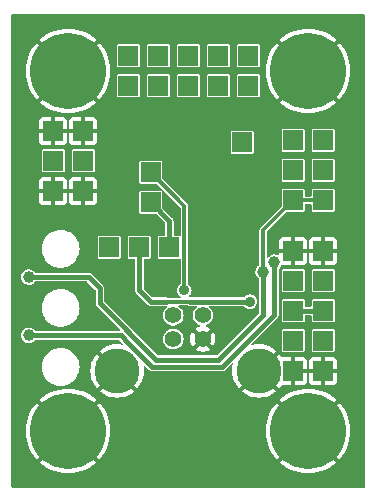
<source format=gbr>
%TF.GenerationSoftware,KiCad,Pcbnew,6.0.10+dfsg-1~bpo11+1*%
%TF.CreationDate,2023-02-14T10:15:36+00:00*%
%TF.ProjectId,USBI2C01,55534249-3243-4303-912e-6b696361645f,I2CUSB01A*%
%TF.SameCoordinates,Original*%
%TF.FileFunction,Copper,L1,Top*%
%TF.FilePolarity,Positive*%
%FSLAX46Y46*%
G04 Gerber Fmt 4.6, Leading zero omitted, Abs format (unit mm)*
G04 Created by KiCad (PCBNEW 6.0.10+dfsg-1~bpo11+1) date 2023-02-14 10:15:36*
%MOMM*%
%LPD*%
G01*
G04 APERTURE LIST*
%TA.AperFunction,ComponentPad*%
%ADD10C,6.451600*%
%TD*%
%TA.AperFunction,ComponentPad*%
%ADD11R,1.651000X1.651000*%
%TD*%
%TA.AperFunction,ComponentPad*%
%ADD12C,1.422400*%
%TD*%
%TA.AperFunction,ComponentPad*%
%ADD13C,3.810000*%
%TD*%
%TA.AperFunction,ViaPad*%
%ADD14C,0.906400*%
%TD*%
%TA.AperFunction,ViaPad*%
%ADD15C,1.006400*%
%TD*%
%TA.AperFunction,Conductor*%
%ADD16C,0.406400*%
%TD*%
%TA.AperFunction,Conductor*%
%ADD17C,0.304800*%
%TD*%
G04 APERTURE END LIST*
D10*
%TO.P,X4,P$1,P$1*%
%TO.N,GND*%
X138341100Y-89763600D03*
%TD*%
%TO.P,X3,P$1,P$1*%
%TO.N,GND*%
X138341100Y-120243600D03*
%TD*%
D11*
%TO.P,SV7,1*%
%TO.N,Net-(SV7-Pad1)*%
X153104850Y-95796100D03*
%TD*%
%TO.P,SV4,1*%
%TO.N,Net-(D2-PadK)*%
X159931100Y-100717350D03*
%TO.P,SV4,2*%
X157391100Y-100717350D03*
%TO.P,SV4,3*%
%TO.N,Net-(X1-PadP$22)*%
X159931100Y-98177350D03*
%TO.P,SV4,4*%
X157391100Y-98177350D03*
%TO.P,SV4,5*%
%TO.N,Net-(X1-PadP$21)*%
X159931100Y-95637350D03*
%TO.P,SV4,6*%
X157391100Y-95637350D03*
%TD*%
D10*
%TO.P,X6,P$1,P$1*%
%TO.N,GND*%
X158661100Y-89763600D03*
%TD*%
D11*
%TO.P,SV3,1*%
%TO.N,+3.3V*%
X146913600Y-104686100D03*
%TO.P,SV3,2*%
%TO.N,Net-(SV3-Pad2)*%
X144373600Y-104686100D03*
%TO.P,SV3,3*%
%TO.N,+5V*%
X141833600Y-104686100D03*
%TD*%
%TO.P,SV6,1*%
%TO.N,GND*%
X139611100Y-99923600D03*
%TO.P,SV6,2*%
X137071100Y-99923600D03*
%TO.P,SV6,3*%
%TO.N,+5V*%
X139611100Y-97383600D03*
%TO.P,SV6,4*%
X137071100Y-97383600D03*
%TO.P,SV6,5*%
%TO.N,GND*%
X139611100Y-94843600D03*
%TO.P,SV6,6*%
X137071100Y-94843600D03*
%TD*%
%TO.P,SV2,1*%
%TO.N,GND*%
X159931100Y-115163600D03*
%TO.P,SV2,2*%
X157391100Y-115163600D03*
%TO.P,SV2,3*%
%TO.N,Net-(X1-PadP$1)*%
X159931100Y-112623600D03*
%TO.P,SV2,4*%
X157391100Y-112623600D03*
%TO.P,SV2,5*%
%TO.N,Net-(SV3-Pad2)*%
X159931100Y-110083600D03*
%TO.P,SV2,6*%
X157391100Y-110083600D03*
%TO.P,SV2,7*%
%TO.N,Net-(X1-PadP$24)*%
X159931100Y-107543600D03*
%TO.P,SV2,8*%
X157391100Y-107543600D03*
%TO.P,SV2,9*%
%TO.N,GND*%
X159931100Y-105003600D03*
%TO.P,SV2,10*%
X157391100Y-105003600D03*
%TD*%
D10*
%TO.P,X5,P$1,P$1*%
%TO.N,GND*%
X158661100Y-120243600D03*
%TD*%
D11*
%TO.P,SV5,1*%
%TO.N,Net-(SV5-Pad1)*%
X153581100Y-88493600D03*
%TO.P,SV5,2*%
X153581100Y-91033600D03*
%TO.P,SV5,3*%
%TO.N,Net-(X1-PadP$15)*%
X151041100Y-88493600D03*
%TO.P,SV5,4*%
X151041100Y-91033600D03*
%TO.P,SV5,5*%
%TO.N,Net-(X1-PadP$14)*%
X148501100Y-88493600D03*
%TO.P,SV5,6*%
X148501100Y-91033600D03*
%TO.P,SV5,7*%
%TO.N,Net-(X1-PadP$13)*%
X145961100Y-88493600D03*
%TO.P,SV5,8*%
X145961100Y-91033600D03*
%TO.P,SV5,9*%
%TO.N,Net-(X1-PadP$12)*%
X143421100Y-88493600D03*
%TO.P,SV5,10*%
X143421100Y-91033600D03*
%TD*%
%TO.P,SV1,1*%
%TO.N,+3.3V*%
X145326100Y-100876100D03*
%TO.P,SV1,2*%
%TO.N,Net-(R5-Pad2)*%
X145326100Y-98336100D03*
%TD*%
D12*
%TO.P,X2,1,+5V*%
%TO.N,Net-(P1-Pad1)*%
X149751100Y-110463600D03*
%TO.P,X2,2,DATA-*%
%TO.N,Net-(D4-Pad4)*%
X147251100Y-110463600D03*
%TO.P,X2,3,DATA+*%
%TO.N,Net-(D4-Pad5)*%
X147251100Y-112463600D03*
%TO.P,X2,4,GND*%
%TO.N,GND*%
X149751100Y-112463600D03*
D13*
%TO.P,X2,GND,GND*%
X142501100Y-115163600D03*
%TO.P,X2,GND2,GND*%
X154501100Y-115163600D03*
%TD*%
D14*
%TO.N,GND*%
X151517350Y-111036100D03*
X153422350Y-110401100D03*
X145484850Y-111353600D03*
X145484850Y-110242350D03*
X144373600Y-110242350D03*
D15*
%TO.N,Net-(D2-PadK)*%
X154851100Y-106749850D03*
X135007350Y-107226100D03*
D14*
%TO.N,Net-(R5-Pad2)*%
X148183600Y-108337350D03*
D15*
%TO.N,Net-(X1-PadP$22)*%
X135007350Y-112147350D03*
X155803600Y-105956100D03*
D14*
%TO.N,Net-(SV3-Pad2)*%
X153739850Y-109289850D03*
%TD*%
D16*
%TO.N,+3.3V*%
X146913600Y-104686100D02*
X146913600Y-102463600D01*
X146913600Y-102463600D02*
X145326100Y-100876100D01*
%TO.N,Net-(D2-PadK)*%
X135007350Y-107226100D02*
X140087350Y-107226100D01*
X151041100Y-114211100D02*
X154851100Y-110401100D01*
X141039850Y-108178600D02*
X140087350Y-107226100D01*
X141039850Y-109448600D02*
X141039850Y-108178600D01*
D17*
X157391100Y-100717350D02*
X159931100Y-100717350D01*
X154851100Y-106749850D02*
X154851100Y-103257350D01*
X154851100Y-103257350D02*
X157391100Y-100717350D01*
D16*
X154851100Y-110401100D02*
X154851100Y-106749850D01*
X145802350Y-114211100D02*
X151041100Y-114211100D01*
X145802350Y-114211100D02*
X141039850Y-109448600D01*
D17*
%TO.N,Net-(R5-Pad2)*%
X148183600Y-101193600D02*
X145326100Y-98336100D01*
X148183600Y-108337350D02*
X148183600Y-101193600D01*
D16*
%TO.N,Net-(X1-PadP$22)*%
X142786100Y-112147350D02*
X135007350Y-112147350D01*
X143421100Y-112782350D02*
X145484850Y-114846100D01*
X143421100Y-112782350D02*
X142786100Y-112147350D01*
X151358600Y-114846100D02*
X155486100Y-110718600D01*
X145484850Y-114846100D02*
X151358600Y-114846100D01*
X155803600Y-110401100D02*
X155486100Y-110718600D01*
X155803600Y-105956100D02*
X155803600Y-110401100D01*
%TO.N,Net-(SV3-Pad2)*%
X148659850Y-109289850D02*
X153739850Y-109289850D01*
X144373600Y-104686100D02*
X144373600Y-108337350D01*
D17*
X146596100Y-109289850D02*
X148659850Y-109289850D01*
D16*
X145326100Y-109289850D02*
X146596100Y-109289850D01*
X157391100Y-110083600D02*
X159931100Y-110083600D01*
X144373600Y-108337350D02*
X145167350Y-109131100D01*
X145167350Y-109131100D02*
X145326100Y-109289850D01*
%TD*%
%TA.AperFunction,Conductor*%
%TO.N,GND*%
G36*
X163435238Y-84980193D02*
G01*
X163460958Y-85024742D01*
X163462100Y-85037800D01*
X163462100Y-124969400D01*
X163444507Y-125017738D01*
X163399958Y-125043458D01*
X163386900Y-125044600D01*
X133615300Y-125044600D01*
X133566962Y-125027007D01*
X133541242Y-124982458D01*
X133540100Y-124969400D01*
X133540100Y-122901329D01*
X135939482Y-122901329D01*
X135941067Y-122907247D01*
X135943454Y-122909396D01*
X136232058Y-123143103D01*
X136235237Y-123145413D01*
X136546700Y-123347679D01*
X136550087Y-123349634D01*
X136880989Y-123518238D01*
X136884580Y-123519836D01*
X137231266Y-123652916D01*
X137235023Y-123654137D01*
X137593724Y-123750251D01*
X137597584Y-123751071D01*
X137964361Y-123809163D01*
X137968282Y-123809575D01*
X138339135Y-123829011D01*
X138343065Y-123829011D01*
X138713918Y-123809575D01*
X138717839Y-123809163D01*
X139084616Y-123751071D01*
X139088476Y-123750251D01*
X139447177Y-123654137D01*
X139450934Y-123652916D01*
X139797620Y-123519836D01*
X139801211Y-123518238D01*
X140132113Y-123349634D01*
X140135500Y-123347679D01*
X140446963Y-123145413D01*
X140450142Y-123143103D01*
X140738452Y-122909634D01*
X140742324Y-122901329D01*
X156259482Y-122901329D01*
X156261067Y-122907247D01*
X156263454Y-122909396D01*
X156552058Y-123143103D01*
X156555237Y-123145413D01*
X156866700Y-123347679D01*
X156870087Y-123349634D01*
X157200989Y-123518238D01*
X157204580Y-123519836D01*
X157551266Y-123652916D01*
X157555023Y-123654137D01*
X157913724Y-123750251D01*
X157917584Y-123751071D01*
X158284361Y-123809163D01*
X158288282Y-123809575D01*
X158659135Y-123829011D01*
X158663065Y-123829011D01*
X159033918Y-123809575D01*
X159037839Y-123809163D01*
X159404616Y-123751071D01*
X159408476Y-123750251D01*
X159767177Y-123654137D01*
X159770934Y-123652916D01*
X160117620Y-123519836D01*
X160121211Y-123518238D01*
X160452113Y-123349634D01*
X160455500Y-123347679D01*
X160766963Y-123145413D01*
X160770142Y-123143103D01*
X161058452Y-122909634D01*
X161062718Y-122900485D01*
X161061113Y-122894494D01*
X158670477Y-120503858D01*
X158660678Y-120499289D01*
X158654687Y-120500894D01*
X156264051Y-122891530D01*
X156259482Y-122901329D01*
X140742324Y-122901329D01*
X140742718Y-122900485D01*
X140741113Y-122894494D01*
X138350477Y-120503858D01*
X138340678Y-120499289D01*
X138334687Y-120500894D01*
X135944051Y-122891530D01*
X135939482Y-122901329D01*
X133540100Y-122901329D01*
X133540100Y-120245565D01*
X134755689Y-120245565D01*
X134775125Y-120616418D01*
X134775537Y-120620339D01*
X134833629Y-120987116D01*
X134834449Y-120990976D01*
X134930563Y-121349677D01*
X134931784Y-121353434D01*
X135064864Y-121700120D01*
X135066462Y-121703711D01*
X135235066Y-122034613D01*
X135237021Y-122038000D01*
X135439287Y-122349463D01*
X135441597Y-122352642D01*
X135675066Y-122640952D01*
X135684215Y-122645218D01*
X135690206Y-122643613D01*
X138080842Y-120252977D01*
X138085017Y-120244022D01*
X138596789Y-120244022D01*
X138598394Y-120250013D01*
X140989030Y-122640649D01*
X140998829Y-122645218D01*
X141004747Y-122643633D01*
X141006896Y-122641246D01*
X141240603Y-122352642D01*
X141242913Y-122349463D01*
X141445179Y-122038000D01*
X141447134Y-122034613D01*
X141615738Y-121703711D01*
X141617336Y-121700120D01*
X141750416Y-121353434D01*
X141751637Y-121349677D01*
X141847751Y-120990976D01*
X141848571Y-120987116D01*
X141906663Y-120620339D01*
X141907075Y-120616418D01*
X141926511Y-120245565D01*
X155075689Y-120245565D01*
X155095125Y-120616418D01*
X155095537Y-120620339D01*
X155153629Y-120987116D01*
X155154449Y-120990976D01*
X155250563Y-121349677D01*
X155251784Y-121353434D01*
X155384864Y-121700120D01*
X155386462Y-121703711D01*
X155555066Y-122034613D01*
X155557021Y-122038000D01*
X155759287Y-122349463D01*
X155761597Y-122352642D01*
X155995066Y-122640952D01*
X156004215Y-122645218D01*
X156010206Y-122643613D01*
X158400842Y-120252977D01*
X158405017Y-120244022D01*
X158916789Y-120244022D01*
X158918394Y-120250013D01*
X161309030Y-122640649D01*
X161318829Y-122645218D01*
X161324747Y-122643633D01*
X161326896Y-122641246D01*
X161560603Y-122352642D01*
X161562913Y-122349463D01*
X161765179Y-122038000D01*
X161767134Y-122034613D01*
X161935738Y-121703711D01*
X161937336Y-121700120D01*
X162070416Y-121353434D01*
X162071637Y-121349677D01*
X162167751Y-120990976D01*
X162168571Y-120987116D01*
X162226663Y-120620339D01*
X162227075Y-120616418D01*
X162246511Y-120245565D01*
X162246511Y-120241635D01*
X162227075Y-119870782D01*
X162226663Y-119866861D01*
X162168571Y-119500084D01*
X162167751Y-119496224D01*
X162071637Y-119137523D01*
X162070416Y-119133766D01*
X161937336Y-118787080D01*
X161935738Y-118783489D01*
X161767134Y-118452587D01*
X161765179Y-118449200D01*
X161562913Y-118137737D01*
X161560603Y-118134558D01*
X161327134Y-117846248D01*
X161317985Y-117841982D01*
X161311994Y-117843587D01*
X158921358Y-120234223D01*
X158916789Y-120244022D01*
X158405017Y-120244022D01*
X158405411Y-120243178D01*
X158403806Y-120237187D01*
X156013170Y-117846551D01*
X156003371Y-117841982D01*
X155997453Y-117843567D01*
X155995304Y-117845954D01*
X155761597Y-118134558D01*
X155759287Y-118137737D01*
X155557021Y-118449200D01*
X155555066Y-118452587D01*
X155386462Y-118783489D01*
X155384864Y-118787080D01*
X155251784Y-119133766D01*
X155250563Y-119137523D01*
X155154449Y-119496224D01*
X155153629Y-119500084D01*
X155095537Y-119866861D01*
X155095125Y-119870782D01*
X155075689Y-120241635D01*
X155075689Y-120245565D01*
X141926511Y-120245565D01*
X141926511Y-120241635D01*
X141907075Y-119870782D01*
X141906663Y-119866861D01*
X141848571Y-119500084D01*
X141847751Y-119496224D01*
X141751637Y-119137523D01*
X141750416Y-119133766D01*
X141617336Y-118787080D01*
X141615738Y-118783489D01*
X141447134Y-118452587D01*
X141445179Y-118449200D01*
X141242913Y-118137737D01*
X141240603Y-118134558D01*
X141007134Y-117846248D01*
X140997985Y-117841982D01*
X140991994Y-117843587D01*
X138601358Y-120234223D01*
X138596789Y-120244022D01*
X138085017Y-120244022D01*
X138085411Y-120243178D01*
X138083806Y-120237187D01*
X135693170Y-117846551D01*
X135683371Y-117841982D01*
X135677453Y-117843567D01*
X135675304Y-117845954D01*
X135441597Y-118134558D01*
X135439287Y-118137737D01*
X135237021Y-118449200D01*
X135235066Y-118452587D01*
X135066462Y-118783489D01*
X135064864Y-118787080D01*
X134931784Y-119133766D01*
X134930563Y-119137523D01*
X134834449Y-119496224D01*
X134833629Y-119500084D01*
X134775537Y-119866861D01*
X134775125Y-119870782D01*
X134755689Y-120241635D01*
X134755689Y-120245565D01*
X133540100Y-120245565D01*
X133540100Y-117586715D01*
X135939482Y-117586715D01*
X135941087Y-117592706D01*
X138331723Y-119983342D01*
X138341522Y-119987911D01*
X138347513Y-119986306D01*
X140738149Y-117595670D01*
X140742324Y-117586715D01*
X156259482Y-117586715D01*
X156261087Y-117592706D01*
X158651723Y-119983342D01*
X158661522Y-119987911D01*
X158667513Y-119986306D01*
X161058149Y-117595670D01*
X161062718Y-117585871D01*
X161061133Y-117579953D01*
X161058746Y-117577804D01*
X160770142Y-117344097D01*
X160766963Y-117341787D01*
X160455500Y-117139521D01*
X160452113Y-117137566D01*
X160121211Y-116968962D01*
X160117620Y-116967364D01*
X159770934Y-116834284D01*
X159767177Y-116833063D01*
X159408476Y-116736949D01*
X159404616Y-116736129D01*
X159037839Y-116678037D01*
X159033918Y-116677625D01*
X158663065Y-116658189D01*
X158659135Y-116658189D01*
X158288282Y-116677625D01*
X158284361Y-116678037D01*
X157917584Y-116736129D01*
X157913724Y-116736949D01*
X157555023Y-116833063D01*
X157551266Y-116834284D01*
X157204580Y-116967364D01*
X157200989Y-116968962D01*
X156870087Y-117137566D01*
X156866700Y-117139521D01*
X156555237Y-117341787D01*
X156552058Y-117344097D01*
X156263748Y-117577566D01*
X156259482Y-117586715D01*
X140742324Y-117586715D01*
X140742718Y-117585871D01*
X140741133Y-117579953D01*
X140738746Y-117577804D01*
X140450142Y-117344097D01*
X140446963Y-117341787D01*
X140135500Y-117139521D01*
X140132113Y-117137566D01*
X139801211Y-116968962D01*
X139797620Y-116967364D01*
X139576776Y-116882590D01*
X141038222Y-116882590D01*
X141039551Y-116887550D01*
X141120614Y-116958640D01*
X141124521Y-116961638D01*
X141366729Y-117123477D01*
X141370979Y-117125931D01*
X141632247Y-117254774D01*
X141636791Y-117256655D01*
X141912635Y-117350292D01*
X141917379Y-117351563D01*
X142203083Y-117408393D01*
X142207967Y-117409036D01*
X142498644Y-117428088D01*
X142503556Y-117428088D01*
X142794233Y-117409036D01*
X142799117Y-117408393D01*
X143084821Y-117351563D01*
X143089565Y-117350292D01*
X143365409Y-117256655D01*
X143369953Y-117254774D01*
X143631221Y-117125931D01*
X143635471Y-117123477D01*
X143877679Y-116961638D01*
X143881586Y-116958640D01*
X143958816Y-116890911D01*
X143963382Y-116882590D01*
X153038222Y-116882590D01*
X153039551Y-116887550D01*
X153120614Y-116958640D01*
X153124521Y-116961638D01*
X153366729Y-117123477D01*
X153370979Y-117125931D01*
X153632247Y-117254774D01*
X153636791Y-117256655D01*
X153912635Y-117350292D01*
X153917379Y-117351563D01*
X154203083Y-117408393D01*
X154207967Y-117409036D01*
X154498644Y-117428088D01*
X154503556Y-117428088D01*
X154794233Y-117409036D01*
X154799117Y-117408393D01*
X155084821Y-117351563D01*
X155089565Y-117350292D01*
X155365409Y-117256655D01*
X155369953Y-117254774D01*
X155631221Y-117125931D01*
X155635471Y-117123477D01*
X155877679Y-116961638D01*
X155881586Y-116958640D01*
X155958816Y-116890911D01*
X155964016Y-116881434D01*
X155963014Y-116876396D01*
X154510477Y-115423858D01*
X154500678Y-115419289D01*
X154494687Y-115420894D01*
X153042791Y-116872791D01*
X153038222Y-116882590D01*
X143963382Y-116882590D01*
X143964016Y-116881434D01*
X143963014Y-116876396D01*
X142510477Y-115423858D01*
X142500678Y-115419289D01*
X142494687Y-115420894D01*
X141042791Y-116872791D01*
X141038222Y-116882590D01*
X139576776Y-116882590D01*
X139450934Y-116834284D01*
X139447177Y-116833063D01*
X139088476Y-116736949D01*
X139084616Y-116736129D01*
X138717839Y-116678037D01*
X138713918Y-116677625D01*
X138343065Y-116658189D01*
X138339135Y-116658189D01*
X137968282Y-116677625D01*
X137964361Y-116678037D01*
X137597584Y-116736129D01*
X137593724Y-116736949D01*
X137235023Y-116833063D01*
X137231266Y-116834284D01*
X136884580Y-116967364D01*
X136880989Y-116968962D01*
X136550087Y-117137566D01*
X136546700Y-117139521D01*
X136235237Y-117341787D01*
X136232058Y-117344097D01*
X135943748Y-117577566D01*
X135939482Y-117586715D01*
X133540100Y-117586715D01*
X133540100Y-114823600D01*
X136100651Y-114823600D01*
X136100883Y-114826548D01*
X136120124Y-115071020D01*
X136120417Y-115074748D01*
X136121107Y-115077622D01*
X136150531Y-115200181D01*
X136179227Y-115319711D01*
X136180357Y-115322440D01*
X136180359Y-115322445D01*
X136193537Y-115354259D01*
X136275634Y-115552459D01*
X136407264Y-115767259D01*
X136570876Y-115958824D01*
X136762441Y-116122436D01*
X136764964Y-116123982D01*
X136974716Y-116252519D01*
X136974719Y-116252521D01*
X136977241Y-116254066D01*
X137033046Y-116277181D01*
X137207255Y-116349341D01*
X137207260Y-116349343D01*
X137209989Y-116350473D01*
X137212866Y-116351164D01*
X137212870Y-116351165D01*
X137439668Y-116405614D01*
X137454952Y-116409283D01*
X137457896Y-116409515D01*
X137457898Y-116409515D01*
X137641740Y-116423984D01*
X137641748Y-116423984D01*
X137643218Y-116424100D01*
X137768982Y-116424100D01*
X137770452Y-116423984D01*
X137770460Y-116423984D01*
X137954302Y-116409515D01*
X137954304Y-116409515D01*
X137957248Y-116409283D01*
X137972532Y-116405614D01*
X138199330Y-116351165D01*
X138199334Y-116351164D01*
X138202211Y-116350473D01*
X138204940Y-116349343D01*
X138204945Y-116349341D01*
X138379154Y-116277181D01*
X138434959Y-116254066D01*
X138437481Y-116252521D01*
X138437484Y-116252519D01*
X138647236Y-116123982D01*
X138649759Y-116122436D01*
X138841324Y-115958824D01*
X139004936Y-115767259D01*
X139136566Y-115552459D01*
X139218663Y-115354259D01*
X139231841Y-115322445D01*
X139231843Y-115322440D01*
X139232973Y-115319711D01*
X139261670Y-115200181D01*
X139269862Y-115166056D01*
X140236612Y-115166056D01*
X140255664Y-115456733D01*
X140256307Y-115461617D01*
X140313137Y-115747321D01*
X140314408Y-115752065D01*
X140408045Y-116027909D01*
X140409926Y-116032453D01*
X140538768Y-116293717D01*
X140541222Y-116297968D01*
X140703068Y-116540188D01*
X140706056Y-116544082D01*
X140773789Y-116621316D01*
X140783266Y-116626516D01*
X140788304Y-116625514D01*
X142240842Y-115172977D01*
X142245411Y-115163178D01*
X142243806Y-115157187D01*
X140791909Y-113705291D01*
X140782110Y-113700722D01*
X140777150Y-113702051D01*
X140706056Y-113783118D01*
X140703068Y-113787012D01*
X140541222Y-114029232D01*
X140538768Y-114033483D01*
X140409926Y-114294747D01*
X140408045Y-114299291D01*
X140314408Y-114575135D01*
X140313137Y-114579879D01*
X140256307Y-114865583D01*
X140255664Y-114870467D01*
X140236612Y-115161144D01*
X140236612Y-115166056D01*
X139269862Y-115166056D01*
X139291093Y-115077622D01*
X139291783Y-115074748D01*
X139292077Y-115071020D01*
X139311317Y-114826548D01*
X139311549Y-114823600D01*
X139291783Y-114572452D01*
X139232973Y-114327489D01*
X139224578Y-114307220D01*
X139137697Y-114097472D01*
X139136566Y-114094741D01*
X139076401Y-113996560D01*
X139006482Y-113882464D01*
X139004936Y-113879941D01*
X138841324Y-113688376D01*
X138649759Y-113524764D01*
X138597699Y-113492861D01*
X138437484Y-113394681D01*
X138437481Y-113394679D01*
X138434959Y-113393134D01*
X138318685Y-113344972D01*
X138204945Y-113297859D01*
X138204940Y-113297857D01*
X138202211Y-113296727D01*
X138199334Y-113296036D01*
X138199330Y-113296035D01*
X137960122Y-113238607D01*
X137957248Y-113237917D01*
X137954304Y-113237685D01*
X137954302Y-113237685D01*
X137770460Y-113223216D01*
X137770452Y-113223216D01*
X137768982Y-113223100D01*
X137643218Y-113223100D01*
X137641748Y-113223216D01*
X137641740Y-113223216D01*
X137457898Y-113237685D01*
X137457896Y-113237685D01*
X137454952Y-113237917D01*
X137452078Y-113238607D01*
X137212870Y-113296035D01*
X137212866Y-113296036D01*
X137209989Y-113296727D01*
X137207260Y-113297857D01*
X137207255Y-113297859D01*
X137093515Y-113344972D01*
X136977241Y-113393134D01*
X136974719Y-113394679D01*
X136974716Y-113394681D01*
X136814501Y-113492861D01*
X136762441Y-113524764D01*
X136570876Y-113688376D01*
X136407264Y-113879941D01*
X136405718Y-113882464D01*
X136335800Y-113996560D01*
X136275634Y-114094741D01*
X136274503Y-114097472D01*
X136187623Y-114307220D01*
X136179227Y-114327489D01*
X136120417Y-114572452D01*
X136100651Y-114823600D01*
X133540100Y-114823600D01*
X133540100Y-112140429D01*
X134346467Y-112140429D01*
X134363893Y-112298271D01*
X134418467Y-112447401D01*
X134420991Y-112451157D01*
X134420993Y-112451161D01*
X134470931Y-112525476D01*
X134507038Y-112579208D01*
X134624492Y-112686083D01*
X134628473Y-112688244D01*
X134628475Y-112688246D01*
X134685649Y-112719289D01*
X134764049Y-112761857D01*
X134768428Y-112763006D01*
X134768431Y-112763007D01*
X134913273Y-112801005D01*
X134917653Y-112802154D01*
X134981674Y-112803160D01*
X135071903Y-112804577D01*
X135071905Y-112804577D01*
X135076435Y-112804648D01*
X135080853Y-112803636D01*
X135080855Y-112803636D01*
X135226806Y-112770209D01*
X135226808Y-112770208D01*
X135231228Y-112769196D01*
X135373097Y-112697843D01*
X135386867Y-112686083D01*
X135490406Y-112597652D01*
X135493851Y-112594710D01*
X135536925Y-112534766D01*
X135579419Y-112505780D01*
X135597993Y-112503450D01*
X142607451Y-112503450D01*
X142655789Y-112521043D01*
X142660625Y-112525476D01*
X142941941Y-112806792D01*
X142963681Y-112853412D01*
X142950367Y-112903099D01*
X142908230Y-112932604D01*
X142874096Y-112933721D01*
X142799117Y-112918807D01*
X142794233Y-112918164D01*
X142503556Y-112899112D01*
X142498644Y-112899112D01*
X142207967Y-112918164D01*
X142203083Y-112918807D01*
X141917379Y-112975637D01*
X141912635Y-112976908D01*
X141636791Y-113070545D01*
X141632247Y-113072426D01*
X141370983Y-113201268D01*
X141366732Y-113203722D01*
X141124512Y-113365568D01*
X141120618Y-113368556D01*
X141043384Y-113436289D01*
X141038184Y-113445766D01*
X141039186Y-113450804D01*
X142501100Y-114912719D01*
X144210291Y-116621909D01*
X144220090Y-116626478D01*
X144225050Y-116625149D01*
X144296144Y-116544082D01*
X144299132Y-116540188D01*
X144460978Y-116297968D01*
X144463432Y-116293717D01*
X144592274Y-116032453D01*
X144594155Y-116027909D01*
X144687792Y-115752065D01*
X144689063Y-115747321D01*
X144745893Y-115461617D01*
X144746536Y-115456733D01*
X144765588Y-115166056D01*
X144765588Y-115161144D01*
X144746536Y-114870467D01*
X144745893Y-114865583D01*
X144730979Y-114790605D01*
X144738804Y-114739764D01*
X144777478Y-114705847D01*
X144828906Y-114704725D01*
X144857908Y-114722760D01*
X145200505Y-115065357D01*
X145210507Y-115077740D01*
X145214454Y-115083854D01*
X145214456Y-115083856D01*
X145217825Y-115089074D01*
X145222706Y-115092921D01*
X145222706Y-115092922D01*
X145244570Y-115110158D01*
X145251188Y-115116040D01*
X145253968Y-115118820D01*
X145256494Y-115120625D01*
X145256495Y-115120626D01*
X145269525Y-115129938D01*
X145272356Y-115132064D01*
X145300466Y-115154223D01*
X145310925Y-115162468D01*
X145316791Y-115164528D01*
X145317839Y-115165104D01*
X145318556Y-115165555D01*
X145319112Y-115165844D01*
X145319879Y-115166165D01*
X145320966Y-115166698D01*
X145326021Y-115170310D01*
X145331973Y-115172090D01*
X145331975Y-115172091D01*
X145350430Y-115177610D01*
X145373096Y-115184388D01*
X145376415Y-115185466D01*
X145422779Y-115201748D01*
X145427998Y-115202200D01*
X145429353Y-115202200D01*
X145433962Y-115202590D01*
X145439601Y-115204277D01*
X145490991Y-115202258D01*
X145493944Y-115202200D01*
X151312579Y-115202200D01*
X151328407Y-115203885D01*
X151341593Y-115206724D01*
X151347761Y-115205994D01*
X151347763Y-115205994D01*
X151375414Y-115202721D01*
X151384253Y-115202200D01*
X151388184Y-115202200D01*
X151391244Y-115201691D01*
X151391252Y-115201690D01*
X151407033Y-115199063D01*
X151410529Y-115198565D01*
X151440291Y-115195042D01*
X151453147Y-115193521D01*
X151453148Y-115193521D01*
X151459322Y-115192790D01*
X151464927Y-115190098D01*
X151466081Y-115189763D01*
X151466896Y-115189577D01*
X151467508Y-115189384D01*
X151468279Y-115189068D01*
X151469413Y-115188680D01*
X151475542Y-115187660D01*
X151481010Y-115184710D01*
X151481012Y-115184709D01*
X151515974Y-115165844D01*
X151518769Y-115164336D01*
X151521882Y-115162749D01*
X151566190Y-115141472D01*
X151570200Y-115138101D01*
X151571154Y-115137147D01*
X151574690Y-115134162D01*
X151579874Y-115131365D01*
X151614805Y-115093577D01*
X151616852Y-115091449D01*
X152183710Y-114524591D01*
X152230330Y-114502851D01*
X152280017Y-114516165D01*
X152309522Y-114558302D01*
X152310639Y-114592436D01*
X152256307Y-114865583D01*
X152255664Y-114870467D01*
X152236612Y-115161144D01*
X152236612Y-115166056D01*
X152255664Y-115456733D01*
X152256307Y-115461617D01*
X152313137Y-115747321D01*
X152314408Y-115752065D01*
X152408045Y-116027909D01*
X152409926Y-116032453D01*
X152538768Y-116293717D01*
X152541222Y-116297968D01*
X152703068Y-116540188D01*
X152706056Y-116544082D01*
X152773789Y-116621316D01*
X152783266Y-116626516D01*
X152788304Y-116625514D01*
X154249797Y-115164022D01*
X154756789Y-115164022D01*
X154758394Y-115170013D01*
X156210291Y-116621909D01*
X156220090Y-116626478D01*
X156225050Y-116625149D01*
X156296144Y-116544082D01*
X156299132Y-116540188D01*
X156412933Y-116369872D01*
X156454417Y-116339455D01*
X156486317Y-116337239D01*
X156529270Y-116343506D01*
X156534701Y-116343900D01*
X157200441Y-116343900D01*
X157210598Y-116340203D01*
X157213700Y-116334831D01*
X157213700Y-116330640D01*
X157568500Y-116330640D01*
X157572197Y-116340797D01*
X157577569Y-116343899D01*
X158247480Y-116343899D01*
X158252949Y-116343498D01*
X158314184Y-116334485D01*
X158325209Y-116331059D01*
X158420417Y-116284315D01*
X158430382Y-116277181D01*
X158505051Y-116202380D01*
X158512172Y-116192398D01*
X158558752Y-116097105D01*
X158562156Y-116086091D01*
X158571006Y-116025432D01*
X158571400Y-116019999D01*
X158571400Y-116019980D01*
X158750801Y-116019980D01*
X158751202Y-116025449D01*
X158760215Y-116086684D01*
X158763641Y-116097709D01*
X158810385Y-116192917D01*
X158817519Y-116202882D01*
X158892320Y-116277551D01*
X158902302Y-116284672D01*
X158997595Y-116331252D01*
X159008609Y-116334656D01*
X159069268Y-116343506D01*
X159074701Y-116343900D01*
X159740441Y-116343900D01*
X159750598Y-116340203D01*
X159753700Y-116334831D01*
X159753700Y-116330640D01*
X160108500Y-116330640D01*
X160112197Y-116340797D01*
X160117569Y-116343899D01*
X160787480Y-116343899D01*
X160792949Y-116343498D01*
X160854184Y-116334485D01*
X160865209Y-116331059D01*
X160960417Y-116284315D01*
X160970382Y-116277181D01*
X161045051Y-116202380D01*
X161052172Y-116192398D01*
X161098752Y-116097105D01*
X161102156Y-116086091D01*
X161111006Y-116025432D01*
X161111400Y-116019999D01*
X161111400Y-115354259D01*
X161107703Y-115344102D01*
X161102331Y-115341000D01*
X160121759Y-115341000D01*
X160111602Y-115344697D01*
X160108500Y-115350069D01*
X160108500Y-116330640D01*
X159753700Y-116330640D01*
X159753700Y-115354259D01*
X159750003Y-115344102D01*
X159744631Y-115341000D01*
X158764060Y-115341000D01*
X158753903Y-115344697D01*
X158750801Y-115350069D01*
X158750801Y-116019980D01*
X158571400Y-116019980D01*
X158571400Y-115354259D01*
X158567703Y-115344102D01*
X158562331Y-115341000D01*
X157581759Y-115341000D01*
X157571602Y-115344697D01*
X157568500Y-115350069D01*
X157568500Y-116330640D01*
X157213700Y-116330640D01*
X157213700Y-114972941D01*
X157568500Y-114972941D01*
X157572197Y-114983098D01*
X157577569Y-114986200D01*
X158558140Y-114986200D01*
X158568297Y-114982503D01*
X158571399Y-114977131D01*
X158571399Y-114972941D01*
X158750800Y-114972941D01*
X158754497Y-114983098D01*
X158759869Y-114986200D01*
X159740441Y-114986200D01*
X159750598Y-114982503D01*
X159753700Y-114977131D01*
X159753700Y-114972941D01*
X160108500Y-114972941D01*
X160112197Y-114983098D01*
X160117569Y-114986200D01*
X161098140Y-114986200D01*
X161108297Y-114982503D01*
X161111399Y-114977131D01*
X161111399Y-114307220D01*
X161110998Y-114301751D01*
X161101985Y-114240516D01*
X161098559Y-114229491D01*
X161051815Y-114134283D01*
X161044681Y-114124318D01*
X160969880Y-114049649D01*
X160959898Y-114042528D01*
X160864605Y-113995948D01*
X160853591Y-113992544D01*
X160792932Y-113983694D01*
X160787499Y-113983300D01*
X160121759Y-113983300D01*
X160111602Y-113986997D01*
X160108500Y-113992369D01*
X160108500Y-114972941D01*
X159753700Y-114972941D01*
X159753700Y-113996560D01*
X159750003Y-113986403D01*
X159744631Y-113983301D01*
X159074720Y-113983301D01*
X159069251Y-113983702D01*
X159008016Y-113992715D01*
X158996991Y-113996141D01*
X158901783Y-114042885D01*
X158891818Y-114050019D01*
X158817149Y-114124820D01*
X158810028Y-114134802D01*
X158763448Y-114230095D01*
X158760044Y-114241109D01*
X158751194Y-114301768D01*
X158750800Y-114307201D01*
X158750800Y-114972941D01*
X158571399Y-114972941D01*
X158571399Y-114307220D01*
X158570998Y-114301751D01*
X158561985Y-114240516D01*
X158558559Y-114229491D01*
X158511815Y-114134283D01*
X158504681Y-114124318D01*
X158429880Y-114049649D01*
X158419898Y-114042528D01*
X158324605Y-113995948D01*
X158313591Y-113992544D01*
X158252932Y-113983694D01*
X158247499Y-113983300D01*
X157581759Y-113983300D01*
X157571602Y-113986997D01*
X157568500Y-113992369D01*
X157568500Y-114972941D01*
X157213700Y-114972941D01*
X157213700Y-113996560D01*
X157210003Y-113986403D01*
X157204631Y-113983301D01*
X156534720Y-113983301D01*
X156529251Y-113983702D01*
X156486448Y-113990002D01*
X156436064Y-113979636D01*
X156412970Y-113957383D01*
X156299132Y-113787012D01*
X156296144Y-113783118D01*
X156228411Y-113705884D01*
X156218934Y-113700684D01*
X156213896Y-113701686D01*
X154761358Y-115154223D01*
X154756789Y-115164022D01*
X154249797Y-115164022D01*
X154501100Y-114912719D01*
X155959409Y-113454409D01*
X155963978Y-113444610D01*
X155962649Y-113439650D01*
X155881586Y-113368560D01*
X155877679Y-113365562D01*
X155635471Y-113203723D01*
X155631221Y-113201269D01*
X155369953Y-113072426D01*
X155365409Y-113070545D01*
X155089565Y-112976908D01*
X155084821Y-112975637D01*
X154799117Y-112918807D01*
X154794233Y-112918164D01*
X154503556Y-112899112D01*
X154498644Y-112899112D01*
X154207967Y-112918164D01*
X154203083Y-112918807D01*
X153929936Y-112973139D01*
X153879095Y-112965314D01*
X153845178Y-112926639D01*
X153844056Y-112875212D01*
X153862091Y-112846210D01*
X154925258Y-111783043D01*
X156412700Y-111783043D01*
X156412701Y-113464156D01*
X156421572Y-113508758D01*
X156455366Y-113559334D01*
X156461523Y-113563448D01*
X156499783Y-113589013D01*
X156499784Y-113589014D01*
X156505942Y-113593128D01*
X156550543Y-113602000D01*
X157390986Y-113602000D01*
X158231656Y-113601999D01*
X158276258Y-113593128D01*
X158326834Y-113559334D01*
X158330948Y-113553177D01*
X158356513Y-113514917D01*
X158356514Y-113514916D01*
X158360628Y-113508758D01*
X158369500Y-113464157D01*
X158369499Y-111783044D01*
X158369499Y-111783043D01*
X158952700Y-111783043D01*
X158952701Y-113464156D01*
X158961572Y-113508758D01*
X158995366Y-113559334D01*
X159001523Y-113563448D01*
X159039783Y-113589013D01*
X159039784Y-113589014D01*
X159045942Y-113593128D01*
X159090543Y-113602000D01*
X159930986Y-113602000D01*
X160771656Y-113601999D01*
X160816258Y-113593128D01*
X160866834Y-113559334D01*
X160870948Y-113553177D01*
X160896513Y-113514917D01*
X160896514Y-113514916D01*
X160900628Y-113508758D01*
X160909500Y-113464157D01*
X160909499Y-111783044D01*
X160900628Y-111738442D01*
X160866834Y-111687866D01*
X160822418Y-111658188D01*
X160822416Y-111658186D01*
X160816258Y-111654072D01*
X160771657Y-111645200D01*
X159931214Y-111645200D01*
X159090544Y-111645201D01*
X159045942Y-111654072D01*
X158995366Y-111687866D01*
X158991252Y-111694023D01*
X158978265Y-111713460D01*
X158961572Y-111738442D01*
X158952700Y-111783043D01*
X158369499Y-111783043D01*
X158360628Y-111738442D01*
X158326834Y-111687866D01*
X158282418Y-111658188D01*
X158282416Y-111658186D01*
X158276258Y-111654072D01*
X158231657Y-111645200D01*
X157391214Y-111645200D01*
X156550544Y-111645201D01*
X156505942Y-111654072D01*
X156455366Y-111687866D01*
X156451252Y-111694023D01*
X156438265Y-111713460D01*
X156421572Y-111738442D01*
X156412700Y-111783043D01*
X154925258Y-111783043D01*
X155758819Y-110949482D01*
X156022857Y-110685445D01*
X156035239Y-110675444D01*
X156041353Y-110671496D01*
X156046574Y-110668125D01*
X156067658Y-110641380D01*
X156073540Y-110634762D01*
X156076320Y-110631982D01*
X156087438Y-110616425D01*
X156089564Y-110613594D01*
X156116117Y-110579910D01*
X156119968Y-110575025D01*
X156122028Y-110569159D01*
X156122604Y-110568111D01*
X156123055Y-110567394D01*
X156123344Y-110566838D01*
X156123665Y-110566071D01*
X156124197Y-110564984D01*
X156127810Y-110559929D01*
X156141884Y-110512869D01*
X156142965Y-110509538D01*
X156159248Y-110463171D01*
X156159700Y-110457952D01*
X156159700Y-110456596D01*
X156160090Y-110451988D01*
X156161777Y-110446348D01*
X156159758Y-110394957D01*
X156159700Y-110392005D01*
X156159700Y-109243043D01*
X156412700Y-109243043D01*
X156412701Y-110924156D01*
X156421572Y-110968758D01*
X156455366Y-111019334D01*
X156461523Y-111023448D01*
X156499783Y-111049013D01*
X156499784Y-111049014D01*
X156505942Y-111053128D01*
X156550543Y-111062000D01*
X157390986Y-111062000D01*
X158231656Y-111061999D01*
X158276258Y-111053128D01*
X158326834Y-111019334D01*
X158360628Y-110968758D01*
X158369500Y-110924157D01*
X158369500Y-110514900D01*
X158387093Y-110466562D01*
X158431642Y-110440842D01*
X158444700Y-110439700D01*
X158877501Y-110439700D01*
X158925839Y-110457293D01*
X158951559Y-110501842D01*
X158952701Y-110514900D01*
X158952701Y-110924156D01*
X158961572Y-110968758D01*
X158995366Y-111019334D01*
X159001523Y-111023448D01*
X159039783Y-111049013D01*
X159039784Y-111049014D01*
X159045942Y-111053128D01*
X159090543Y-111062000D01*
X159930986Y-111062000D01*
X160771656Y-111061999D01*
X160816258Y-111053128D01*
X160866834Y-111019334D01*
X160900628Y-110968758D01*
X160909500Y-110924157D01*
X160909499Y-109243044D01*
X160900628Y-109198442D01*
X160866834Y-109147866D01*
X160849834Y-109136507D01*
X160822417Y-109118187D01*
X160822416Y-109118186D01*
X160816258Y-109114072D01*
X160771657Y-109105200D01*
X159931214Y-109105200D01*
X159090544Y-109105201D01*
X159045942Y-109114072D01*
X158995366Y-109147866D01*
X158961572Y-109198442D01*
X158952700Y-109243043D01*
X158952700Y-109652300D01*
X158935107Y-109700638D01*
X158890558Y-109726358D01*
X158877500Y-109727500D01*
X158444699Y-109727500D01*
X158396361Y-109709907D01*
X158370641Y-109665358D01*
X158369499Y-109652300D01*
X158369499Y-109243044D01*
X158360628Y-109198442D01*
X158326834Y-109147866D01*
X158309834Y-109136507D01*
X158282417Y-109118187D01*
X158282416Y-109118186D01*
X158276258Y-109114072D01*
X158231657Y-109105200D01*
X157391214Y-109105200D01*
X156550544Y-109105201D01*
X156505942Y-109114072D01*
X156455366Y-109147866D01*
X156421572Y-109198442D01*
X156412700Y-109243043D01*
X156159700Y-109243043D01*
X156159700Y-106703043D01*
X156412700Y-106703043D01*
X156412701Y-108384156D01*
X156421572Y-108428758D01*
X156455366Y-108479334D01*
X156461523Y-108483448D01*
X156499783Y-108509013D01*
X156499784Y-108509014D01*
X156505942Y-108513128D01*
X156550543Y-108522000D01*
X157390986Y-108522000D01*
X158231656Y-108521999D01*
X158276258Y-108513128D01*
X158326834Y-108479334D01*
X158349344Y-108445646D01*
X158356513Y-108434917D01*
X158356514Y-108434916D01*
X158360628Y-108428758D01*
X158369500Y-108384157D01*
X158369499Y-106703044D01*
X158369499Y-106703043D01*
X158952700Y-106703043D01*
X158952701Y-108384156D01*
X158961572Y-108428758D01*
X158995366Y-108479334D01*
X159001523Y-108483448D01*
X159039783Y-108509013D01*
X159039784Y-108509014D01*
X159045942Y-108513128D01*
X159090543Y-108522000D01*
X159930986Y-108522000D01*
X160771656Y-108521999D01*
X160816258Y-108513128D01*
X160866834Y-108479334D01*
X160889344Y-108445646D01*
X160896513Y-108434917D01*
X160896514Y-108434916D01*
X160900628Y-108428758D01*
X160909500Y-108384157D01*
X160909499Y-106703044D01*
X160900628Y-106658442D01*
X160866834Y-106607866D01*
X160840063Y-106589978D01*
X160822417Y-106578187D01*
X160822416Y-106578186D01*
X160816258Y-106574072D01*
X160803318Y-106571498D01*
X160775282Y-106565921D01*
X160775281Y-106565921D01*
X160771657Y-106565200D01*
X159931214Y-106565200D01*
X159090544Y-106565201D01*
X159045942Y-106574072D01*
X158995366Y-106607866D01*
X158961572Y-106658442D01*
X158952700Y-106703043D01*
X158369499Y-106703043D01*
X158360628Y-106658442D01*
X158326834Y-106607866D01*
X158300063Y-106589978D01*
X158282417Y-106578187D01*
X158282416Y-106578186D01*
X158276258Y-106574072D01*
X158263318Y-106571498D01*
X158235282Y-106565921D01*
X158235281Y-106565921D01*
X158231657Y-106565200D01*
X157391214Y-106565200D01*
X156550544Y-106565201D01*
X156505942Y-106574072D01*
X156455366Y-106607866D01*
X156421572Y-106658442D01*
X156412700Y-106703043D01*
X156159700Y-106703043D01*
X156159700Y-106549500D01*
X156177293Y-106501162D01*
X156186062Y-106492317D01*
X156245262Y-106441756D01*
X156290101Y-106403460D01*
X156358977Y-106307609D01*
X156380122Y-106278183D01*
X156380124Y-106278180D01*
X156382768Y-106274500D01*
X156390528Y-106255197D01*
X156403365Y-106223264D01*
X156437718Y-106184977D01*
X156483993Y-106176901D01*
X156529265Y-106183505D01*
X156534701Y-106183900D01*
X157200441Y-106183900D01*
X157210598Y-106180203D01*
X157213700Y-106174831D01*
X157213700Y-106170640D01*
X157568500Y-106170640D01*
X157572197Y-106180797D01*
X157577569Y-106183899D01*
X158247480Y-106183899D01*
X158252949Y-106183498D01*
X158314184Y-106174485D01*
X158325209Y-106171059D01*
X158420417Y-106124315D01*
X158430382Y-106117181D01*
X158505051Y-106042380D01*
X158512172Y-106032398D01*
X158558752Y-105937105D01*
X158562156Y-105926091D01*
X158571006Y-105865432D01*
X158571400Y-105859999D01*
X158571400Y-105859980D01*
X158750801Y-105859980D01*
X158751202Y-105865449D01*
X158760215Y-105926684D01*
X158763641Y-105937709D01*
X158810385Y-106032917D01*
X158817519Y-106042882D01*
X158892320Y-106117551D01*
X158902302Y-106124672D01*
X158997595Y-106171252D01*
X159008609Y-106174656D01*
X159069268Y-106183506D01*
X159074701Y-106183900D01*
X159740441Y-106183900D01*
X159750598Y-106180203D01*
X159753700Y-106174831D01*
X159753700Y-106170640D01*
X160108500Y-106170640D01*
X160112197Y-106180797D01*
X160117569Y-106183899D01*
X160787480Y-106183899D01*
X160792949Y-106183498D01*
X160854184Y-106174485D01*
X160865209Y-106171059D01*
X160960417Y-106124315D01*
X160970382Y-106117181D01*
X161045051Y-106042380D01*
X161052172Y-106032398D01*
X161098752Y-105937105D01*
X161102156Y-105926091D01*
X161111006Y-105865432D01*
X161111400Y-105859999D01*
X161111400Y-105194259D01*
X161107703Y-105184102D01*
X161102331Y-105181000D01*
X160121759Y-105181000D01*
X160111602Y-105184697D01*
X160108500Y-105190069D01*
X160108500Y-106170640D01*
X159753700Y-106170640D01*
X159753700Y-105194259D01*
X159750003Y-105184102D01*
X159744631Y-105181000D01*
X158764060Y-105181000D01*
X158753903Y-105184697D01*
X158750801Y-105190069D01*
X158750801Y-105859980D01*
X158571400Y-105859980D01*
X158571400Y-105194259D01*
X158567703Y-105184102D01*
X158562331Y-105181000D01*
X157581759Y-105181000D01*
X157571602Y-105184697D01*
X157568500Y-105190069D01*
X157568500Y-106170640D01*
X157213700Y-106170640D01*
X157213700Y-105194259D01*
X157210003Y-105184102D01*
X157204631Y-105181000D01*
X156224060Y-105181000D01*
X156213903Y-105184697D01*
X156210801Y-105190069D01*
X156210801Y-105304368D01*
X156193208Y-105352706D01*
X156148659Y-105378426D01*
X156100414Y-105370827D01*
X156040452Y-105339079D01*
X155951874Y-105316830D01*
X155890836Y-105301498D01*
X155890832Y-105301498D01*
X155886435Y-105300393D01*
X155881901Y-105300369D01*
X155881899Y-105300369D01*
X155805325Y-105299968D01*
X155727636Y-105299561D01*
X155573222Y-105336633D01*
X155432108Y-105409467D01*
X155428694Y-105412446D01*
X155428690Y-105412448D01*
X155427614Y-105413387D01*
X155312441Y-105513859D01*
X155293468Y-105540855D01*
X155293125Y-105541343D01*
X155250937Y-105570774D01*
X155199700Y-105566202D01*
X155163390Y-105529765D01*
X155156400Y-105498103D01*
X155156400Y-104812941D01*
X156210800Y-104812941D01*
X156214497Y-104823098D01*
X156219869Y-104826200D01*
X157200441Y-104826200D01*
X157210598Y-104822503D01*
X157213700Y-104817131D01*
X157213700Y-104812941D01*
X157568500Y-104812941D01*
X157572197Y-104823098D01*
X157577569Y-104826200D01*
X158558140Y-104826200D01*
X158568297Y-104822503D01*
X158571399Y-104817131D01*
X158571399Y-104812941D01*
X158750800Y-104812941D01*
X158754497Y-104823098D01*
X158759869Y-104826200D01*
X159740441Y-104826200D01*
X159750598Y-104822503D01*
X159753700Y-104817131D01*
X159753700Y-104812941D01*
X160108500Y-104812941D01*
X160112197Y-104823098D01*
X160117569Y-104826200D01*
X161098140Y-104826200D01*
X161108297Y-104822503D01*
X161111399Y-104817131D01*
X161111399Y-104147220D01*
X161110998Y-104141751D01*
X161101985Y-104080516D01*
X161098559Y-104069491D01*
X161051815Y-103974283D01*
X161044681Y-103964318D01*
X160969880Y-103889649D01*
X160959898Y-103882528D01*
X160864605Y-103835948D01*
X160853591Y-103832544D01*
X160792932Y-103823694D01*
X160787499Y-103823300D01*
X160121759Y-103823300D01*
X160111602Y-103826997D01*
X160108500Y-103832369D01*
X160108500Y-104812941D01*
X159753700Y-104812941D01*
X159753700Y-103836560D01*
X159750003Y-103826403D01*
X159744631Y-103823301D01*
X159074720Y-103823301D01*
X159069251Y-103823702D01*
X159008016Y-103832715D01*
X158996991Y-103836141D01*
X158901783Y-103882885D01*
X158891818Y-103890019D01*
X158817149Y-103964820D01*
X158810028Y-103974802D01*
X158763448Y-104070095D01*
X158760044Y-104081109D01*
X158751194Y-104141768D01*
X158750800Y-104147201D01*
X158750800Y-104812941D01*
X158571399Y-104812941D01*
X158571399Y-104147220D01*
X158570998Y-104141751D01*
X158561985Y-104080516D01*
X158558559Y-104069491D01*
X158511815Y-103974283D01*
X158504681Y-103964318D01*
X158429880Y-103889649D01*
X158419898Y-103882528D01*
X158324605Y-103835948D01*
X158313591Y-103832544D01*
X158252932Y-103823694D01*
X158247499Y-103823300D01*
X157581759Y-103823300D01*
X157571602Y-103826997D01*
X157568500Y-103832369D01*
X157568500Y-104812941D01*
X157213700Y-104812941D01*
X157213700Y-103836560D01*
X157210003Y-103826403D01*
X157204631Y-103823301D01*
X156534720Y-103823301D01*
X156529251Y-103823702D01*
X156468016Y-103832715D01*
X156456991Y-103836141D01*
X156361783Y-103882885D01*
X156351818Y-103890019D01*
X156277149Y-103964820D01*
X156270028Y-103974802D01*
X156223448Y-104070095D01*
X156220044Y-104081109D01*
X156211194Y-104141768D01*
X156210800Y-104147201D01*
X156210800Y-104812941D01*
X155156400Y-104812941D01*
X155156400Y-103414957D01*
X155173993Y-103366619D01*
X155178426Y-103361783D01*
X156822433Y-101717776D01*
X156869053Y-101696036D01*
X156875607Y-101695750D01*
X158084477Y-101695749D01*
X158231656Y-101695749D01*
X158276258Y-101686878D01*
X158326834Y-101653084D01*
X158360628Y-101602508D01*
X158369500Y-101557907D01*
X158369500Y-101097850D01*
X158387093Y-101049512D01*
X158431642Y-101023792D01*
X158444700Y-101022650D01*
X158877501Y-101022650D01*
X158925839Y-101040243D01*
X158951559Y-101084792D01*
X158952701Y-101097850D01*
X158952701Y-101557906D01*
X158961572Y-101602508D01*
X158995366Y-101653084D01*
X159001523Y-101657198D01*
X159039783Y-101682763D01*
X159039784Y-101682764D01*
X159045942Y-101686878D01*
X159090543Y-101695750D01*
X159930986Y-101695750D01*
X160771656Y-101695749D01*
X160816258Y-101686878D01*
X160866834Y-101653084D01*
X160900628Y-101602508D01*
X160909500Y-101557907D01*
X160909499Y-99876794D01*
X160900628Y-99832192D01*
X160866834Y-99781616D01*
X160822418Y-99751938D01*
X160822416Y-99751936D01*
X160816258Y-99747822D01*
X160771657Y-99738950D01*
X159931214Y-99738950D01*
X159090544Y-99738951D01*
X159045942Y-99747822D01*
X158995366Y-99781616D01*
X158961572Y-99832192D01*
X158952700Y-99876793D01*
X158952700Y-100336850D01*
X158935107Y-100385188D01*
X158890558Y-100410908D01*
X158877500Y-100412050D01*
X158444699Y-100412050D01*
X158396361Y-100394457D01*
X158370641Y-100349908D01*
X158369499Y-100336850D01*
X158369499Y-99876794D01*
X158360628Y-99832192D01*
X158326834Y-99781616D01*
X158282418Y-99751938D01*
X158282416Y-99751936D01*
X158276258Y-99747822D01*
X158231657Y-99738950D01*
X157391214Y-99738950D01*
X156550544Y-99738951D01*
X156505942Y-99747822D01*
X156455366Y-99781616D01*
X156421572Y-99832192D01*
X156412700Y-99876793D01*
X156412700Y-99880489D01*
X156412701Y-101232842D01*
X156395108Y-101281180D01*
X156390675Y-101286016D01*
X154674419Y-103002271D01*
X154670201Y-103005912D01*
X154665920Y-103008005D01*
X154631425Y-103045191D01*
X154629467Y-103047223D01*
X154615143Y-103061547D01*
X154613182Y-103064405D01*
X154610967Y-103067071D01*
X154610822Y-103066951D01*
X154608237Y-103070188D01*
X154588572Y-103091387D01*
X154585999Y-103097836D01*
X154583192Y-103104871D01*
X154575359Y-103119543D01*
X154567144Y-103131518D01*
X154565542Y-103138269D01*
X154565541Y-103138271D01*
X154560466Y-103159657D01*
X154557146Y-103170156D01*
X154546427Y-103197023D01*
X154545800Y-103203418D01*
X154545800Y-103212658D01*
X154543768Y-103230020D01*
X154540883Y-103242178D01*
X154541819Y-103249056D01*
X154541819Y-103249057D01*
X154545113Y-103273259D01*
X154545800Y-103283400D01*
X154545800Y-106123241D01*
X154528207Y-106171579D01*
X154505091Y-106190065D01*
X154479608Y-106203217D01*
X154476194Y-106206196D01*
X154476190Y-106206198D01*
X154393673Y-106278183D01*
X154359941Y-106307609D01*
X154314286Y-106372570D01*
X154278152Y-106423984D01*
X154268630Y-106437532D01*
X154266983Y-106441755D01*
X154266983Y-106441756D01*
X154213791Y-106578187D01*
X154210945Y-106585486D01*
X154190217Y-106742929D01*
X154190714Y-106747431D01*
X154190714Y-106747435D01*
X154200646Y-106837393D01*
X154207643Y-106900771D01*
X154209199Y-106905023D01*
X154209200Y-106905027D01*
X154237781Y-106983126D01*
X154262217Y-107049901D01*
X154264741Y-107053657D01*
X154264743Y-107053661D01*
X154273188Y-107066228D01*
X154350788Y-107181708D01*
X154391968Y-107219179D01*
X154468242Y-107288583D01*
X154467088Y-107289852D01*
X154492569Y-107326779D01*
X154495000Y-107345744D01*
X154495000Y-109234939D01*
X154477407Y-109283277D01*
X154467910Y-109288760D01*
X154493217Y-109328485D01*
X154495000Y-109344761D01*
X154495000Y-110222451D01*
X154477407Y-110270789D01*
X154472974Y-110275625D01*
X150915624Y-113832974D01*
X150869004Y-113854714D01*
X150862450Y-113855000D01*
X145980999Y-113855000D01*
X145932661Y-113837407D01*
X145927825Y-113832974D01*
X145430465Y-113335614D01*
X149135197Y-113335614D01*
X149136471Y-113340368D01*
X149136982Y-113340803D01*
X149142980Y-113344972D01*
X149319052Y-113443374D01*
X149325764Y-113446307D01*
X149517587Y-113508633D01*
X149524735Y-113510205D01*
X149725009Y-113534087D01*
X149732342Y-113534240D01*
X149933437Y-113518767D01*
X149940645Y-113517496D01*
X150134919Y-113463254D01*
X150141734Y-113460611D01*
X150321772Y-113369667D01*
X150327956Y-113365743D01*
X150359278Y-113341271D01*
X150365006Y-113332104D01*
X150364398Y-113327780D01*
X149760477Y-112723858D01*
X149750678Y-112719289D01*
X149744687Y-112720894D01*
X149139766Y-113325815D01*
X149135197Y-113335614D01*
X145430465Y-113335614D01*
X144558451Y-112463600D01*
X146382240Y-112463600D01*
X146382652Y-112467520D01*
X146388744Y-112525476D01*
X146401227Y-112644246D01*
X146402445Y-112647994D01*
X146402445Y-112647995D01*
X146413829Y-112683032D01*
X146457357Y-112816997D01*
X146548177Y-112974303D01*
X146550817Y-112977235D01*
X146667081Y-113106360D01*
X146667085Y-113106363D01*
X146669719Y-113109289D01*
X146672907Y-113111605D01*
X146672909Y-113111607D01*
X146813483Y-113213740D01*
X146813486Y-113213742D01*
X146816670Y-113216055D01*
X146982607Y-113289935D01*
X147160279Y-113327700D01*
X147341921Y-113327700D01*
X147519593Y-113289935D01*
X147685530Y-113216055D01*
X147688714Y-113213742D01*
X147688717Y-113213740D01*
X147829291Y-113111607D01*
X147829293Y-113111605D01*
X147832481Y-113109289D01*
X147835115Y-113106363D01*
X147835119Y-113106360D01*
X147951383Y-112977235D01*
X147954023Y-112974303D01*
X148044843Y-112816997D01*
X148088371Y-112683032D01*
X148099755Y-112647995D01*
X148099755Y-112647994D01*
X148100973Y-112644246D01*
X148113457Y-112525476D01*
X148119548Y-112467520D01*
X148119960Y-112463600D01*
X148118774Y-112452315D01*
X148680354Y-112452315D01*
X148697232Y-112653298D01*
X148698554Y-112660501D01*
X148754148Y-112854384D01*
X148756844Y-112861193D01*
X148849037Y-113040580D01*
X148853008Y-113046741D01*
X148873100Y-113072091D01*
X148882306Y-113077754D01*
X148886715Y-113077103D01*
X149490842Y-112472977D01*
X149495017Y-112464022D01*
X150006789Y-112464022D01*
X150008394Y-112470013D01*
X150613790Y-113075408D01*
X150623589Y-113079977D01*
X150627436Y-113078946D01*
X150628207Y-113077854D01*
X150727837Y-112902474D01*
X150730811Y-112895794D01*
X150794479Y-112704399D01*
X150796100Y-112697265D01*
X150821576Y-112495599D01*
X150821869Y-112491404D01*
X150822229Y-112465699D01*
X150822053Y-112461507D01*
X150802218Y-112259211D01*
X150800792Y-112252015D01*
X150742498Y-112058934D01*
X150739710Y-112052169D01*
X150645014Y-111874073D01*
X150640970Y-111867985D01*
X150629866Y-111854371D01*
X150620582Y-111848837D01*
X150616004Y-111849578D01*
X150011358Y-112454223D01*
X150006789Y-112464022D01*
X149495017Y-112464022D01*
X149495411Y-112463178D01*
X149493806Y-112457187D01*
X148889323Y-111852705D01*
X148879524Y-111848136D01*
X148874864Y-111849384D01*
X148869637Y-111855613D01*
X148865501Y-111861654D01*
X148768335Y-112038399D01*
X148765448Y-112045135D01*
X148704462Y-112237387D01*
X148702939Y-112244552D01*
X148680457Y-112444982D01*
X148680354Y-112452315D01*
X148118774Y-112452315D01*
X148100973Y-112282954D01*
X148093259Y-112259211D01*
X148046061Y-112113952D01*
X148044843Y-112110203D01*
X147954023Y-111952897D01*
X147877568Y-111867985D01*
X147835119Y-111820840D01*
X147835115Y-111820837D01*
X147832481Y-111817911D01*
X147819612Y-111808561D01*
X147688717Y-111713460D01*
X147688714Y-111713458D01*
X147685530Y-111711145D01*
X147519593Y-111637265D01*
X147341921Y-111599500D01*
X147160279Y-111599500D01*
X146982607Y-111637265D01*
X146816670Y-111711145D01*
X146813486Y-111713458D01*
X146813483Y-111713460D01*
X146682588Y-111808561D01*
X146669719Y-111817911D01*
X146667085Y-111820837D01*
X146667081Y-111820840D01*
X146624632Y-111867985D01*
X146548177Y-111952897D01*
X146457357Y-112110203D01*
X146456139Y-112113952D01*
X146408942Y-112259211D01*
X146401227Y-112282954D01*
X146382240Y-112463600D01*
X144558451Y-112463600D01*
X141417976Y-109323124D01*
X141396236Y-109276504D01*
X141395950Y-109269950D01*
X141395950Y-108224616D01*
X141397633Y-108208796D01*
X141400473Y-108195606D01*
X141398523Y-108179126D01*
X141396471Y-108161793D01*
X141395950Y-108152954D01*
X141395950Y-108149016D01*
X141395441Y-108145956D01*
X141395440Y-108145948D01*
X141392810Y-108130149D01*
X141392310Y-108126639D01*
X141387269Y-108084047D01*
X141386539Y-108077877D01*
X141383849Y-108072275D01*
X141383513Y-108071118D01*
X141383327Y-108070302D01*
X141383140Y-108069708D01*
X141382822Y-108068933D01*
X141382431Y-108067791D01*
X141381410Y-108061658D01*
X141358093Y-108018445D01*
X141356485Y-108015288D01*
X141337271Y-107975275D01*
X141337269Y-107975272D01*
X141335222Y-107971009D01*
X141331851Y-107966999D01*
X141330890Y-107966038D01*
X141327911Y-107962508D01*
X141325115Y-107957326D01*
X141287341Y-107922408D01*
X141285213Y-107920361D01*
X140371695Y-107006843D01*
X140361693Y-106994460D01*
X140357746Y-106988346D01*
X140357744Y-106988344D01*
X140354375Y-106983126D01*
X140327630Y-106962042D01*
X140321012Y-106956160D01*
X140318232Y-106953380D01*
X140315705Y-106951574D01*
X140302675Y-106942262D01*
X140299844Y-106940136D01*
X140266160Y-106913583D01*
X140261275Y-106909732D01*
X140255409Y-106907672D01*
X140254361Y-106907096D01*
X140253644Y-106906645D01*
X140253088Y-106906356D01*
X140252321Y-106906035D01*
X140251234Y-106905503D01*
X140246179Y-106901890D01*
X140199119Y-106887816D01*
X140195788Y-106886735D01*
X140149421Y-106870452D01*
X140144202Y-106870000D01*
X140142846Y-106870000D01*
X140138238Y-106869610D01*
X140132598Y-106867923D01*
X140092458Y-106869500D01*
X140081207Y-106869942D01*
X140078255Y-106870000D01*
X135598329Y-106870000D01*
X135549991Y-106852407D01*
X135536357Y-106837397D01*
X135503113Y-106789026D01*
X135384545Y-106683387D01*
X135244202Y-106609079D01*
X135167584Y-106589834D01*
X135094586Y-106571498D01*
X135094582Y-106571498D01*
X135090185Y-106570393D01*
X135085651Y-106570369D01*
X135085649Y-106570369D01*
X135009075Y-106569968D01*
X134931386Y-106569561D01*
X134776972Y-106606633D01*
X134635858Y-106679467D01*
X134632444Y-106682446D01*
X134632440Y-106682448D01*
X134532270Y-106769832D01*
X134516191Y-106783859D01*
X134513584Y-106787569D01*
X134429727Y-106906886D01*
X134424880Y-106913782D01*
X134423233Y-106918005D01*
X134423233Y-106918006D01*
X134395809Y-106988346D01*
X134367195Y-107061736D01*
X134346467Y-107219179D01*
X134346964Y-107223681D01*
X134346964Y-107223685D01*
X134354129Y-107288583D01*
X134363893Y-107377021D01*
X134418467Y-107526151D01*
X134420991Y-107529907D01*
X134420993Y-107529911D01*
X134470931Y-107604226D01*
X134507038Y-107657958D01*
X134624492Y-107764833D01*
X134628473Y-107766994D01*
X134628475Y-107766996D01*
X134640723Y-107773646D01*
X134764049Y-107840607D01*
X134768428Y-107841756D01*
X134768431Y-107841757D01*
X134913273Y-107879755D01*
X134917653Y-107880904D01*
X134981674Y-107881910D01*
X135071903Y-107883327D01*
X135071905Y-107883327D01*
X135076435Y-107883398D01*
X135080853Y-107882386D01*
X135080855Y-107882386D01*
X135226806Y-107848959D01*
X135226808Y-107848958D01*
X135231228Y-107847946D01*
X135373097Y-107776593D01*
X135380164Y-107770558D01*
X135490406Y-107676402D01*
X135493851Y-107673460D01*
X135536925Y-107613516D01*
X135579419Y-107584530D01*
X135597993Y-107582200D01*
X139908701Y-107582200D01*
X139957039Y-107599793D01*
X139961875Y-107604226D01*
X140661724Y-108304075D01*
X140683464Y-108350695D01*
X140683750Y-108357249D01*
X140683750Y-109402579D01*
X140682065Y-109418407D01*
X140679226Y-109431593D01*
X140679956Y-109437761D01*
X140679956Y-109437763D01*
X140683229Y-109465414D01*
X140683750Y-109474253D01*
X140683750Y-109478184D01*
X140684259Y-109481244D01*
X140684260Y-109481252D01*
X140686887Y-109497033D01*
X140687385Y-109500529D01*
X140693160Y-109549322D01*
X140695852Y-109554927D01*
X140696187Y-109556081D01*
X140696373Y-109556896D01*
X140696566Y-109557508D01*
X140696882Y-109558279D01*
X140697270Y-109559413D01*
X140698290Y-109565542D01*
X140701240Y-109571010D01*
X140701241Y-109571012D01*
X140721611Y-109608763D01*
X140723201Y-109611882D01*
X140744478Y-109656190D01*
X140747849Y-109660200D01*
X140748803Y-109661154D01*
X140751788Y-109664690D01*
X140754585Y-109669874D01*
X140774394Y-109688185D01*
X140792373Y-109704805D01*
X140794501Y-109706852D01*
X142750525Y-111662876D01*
X142772265Y-111709496D01*
X142758951Y-111759183D01*
X142716814Y-111788688D01*
X142697351Y-111791250D01*
X135598329Y-111791250D01*
X135549991Y-111773657D01*
X135536357Y-111758647D01*
X135503113Y-111710276D01*
X135384545Y-111604637D01*
X135244202Y-111530329D01*
X135167584Y-111511084D01*
X135094586Y-111492748D01*
X135094582Y-111492748D01*
X135090185Y-111491643D01*
X135085651Y-111491619D01*
X135085649Y-111491619D01*
X135009075Y-111491218D01*
X134931386Y-111490811D01*
X134776972Y-111527883D01*
X134635858Y-111600717D01*
X134632444Y-111603696D01*
X134632440Y-111603698D01*
X134540673Y-111683752D01*
X134516191Y-111705109D01*
X134512560Y-111710276D01*
X134436913Y-111817911D01*
X134424880Y-111835032D01*
X134423233Y-111839255D01*
X134423233Y-111839256D01*
X134409659Y-111874073D01*
X134367195Y-111982986D01*
X134346467Y-112140429D01*
X133540100Y-112140429D01*
X133540100Y-109823600D01*
X136100651Y-109823600D01*
X136120417Y-110074748D01*
X136121107Y-110077622D01*
X136177460Y-110312349D01*
X136179227Y-110319711D01*
X136180357Y-110322440D01*
X136180359Y-110322445D01*
X136233481Y-110450693D01*
X136275634Y-110552459D01*
X136277179Y-110554981D01*
X136277181Y-110554984D01*
X136353658Y-110679783D01*
X136407264Y-110767259D01*
X136570876Y-110958824D01*
X136762441Y-111122436D01*
X136764964Y-111123982D01*
X136974716Y-111252519D01*
X136974719Y-111252521D01*
X136977241Y-111254066D01*
X137052350Y-111285177D01*
X137207255Y-111349341D01*
X137207260Y-111349343D01*
X137209989Y-111350473D01*
X137212866Y-111351164D01*
X137212870Y-111351165D01*
X137419788Y-111400841D01*
X137454952Y-111409283D01*
X137457896Y-111409515D01*
X137457898Y-111409515D01*
X137641740Y-111423984D01*
X137641748Y-111423984D01*
X137643218Y-111424100D01*
X137768982Y-111424100D01*
X137770452Y-111423984D01*
X137770460Y-111423984D01*
X137954302Y-111409515D01*
X137954304Y-111409515D01*
X137957248Y-111409283D01*
X137992412Y-111400841D01*
X138199330Y-111351165D01*
X138199334Y-111351164D01*
X138202211Y-111350473D01*
X138204940Y-111349343D01*
X138204945Y-111349341D01*
X138359850Y-111285177D01*
X138434959Y-111254066D01*
X138437481Y-111252521D01*
X138437484Y-111252519D01*
X138647236Y-111123982D01*
X138649759Y-111122436D01*
X138841324Y-110958824D01*
X139004936Y-110767259D01*
X139058542Y-110679783D01*
X139135019Y-110554984D01*
X139135021Y-110554981D01*
X139136566Y-110552459D01*
X139178719Y-110450693D01*
X139231841Y-110322445D01*
X139231843Y-110322440D01*
X139232973Y-110319711D01*
X139234741Y-110312349D01*
X139291093Y-110077622D01*
X139291783Y-110074748D01*
X139311549Y-109823600D01*
X139303255Y-109718219D01*
X139292015Y-109575398D01*
X139292015Y-109575396D01*
X139291783Y-109572452D01*
X139269888Y-109481252D01*
X139233665Y-109330370D01*
X139233664Y-109330366D01*
X139232973Y-109327489D01*
X139217383Y-109289850D01*
X139146278Y-109118188D01*
X139136566Y-109094741D01*
X139004936Y-108879941D01*
X138841324Y-108688376D01*
X138649759Y-108524764D01*
X138543686Y-108459762D01*
X138437484Y-108394681D01*
X138437481Y-108394679D01*
X138434959Y-108393134D01*
X138288493Y-108332466D01*
X138204945Y-108297859D01*
X138204940Y-108297857D01*
X138202211Y-108296727D01*
X138199334Y-108296036D01*
X138199330Y-108296035D01*
X137960122Y-108238607D01*
X137957248Y-108237917D01*
X137954304Y-108237685D01*
X137954302Y-108237685D01*
X137770460Y-108223216D01*
X137770452Y-108223216D01*
X137768982Y-108223100D01*
X137643218Y-108223100D01*
X137641748Y-108223216D01*
X137641740Y-108223216D01*
X137457898Y-108237685D01*
X137457896Y-108237685D01*
X137454952Y-108237917D01*
X137452078Y-108238607D01*
X137212870Y-108296035D01*
X137212866Y-108296036D01*
X137209989Y-108296727D01*
X137207260Y-108297857D01*
X137207255Y-108297859D01*
X137123707Y-108332466D01*
X136977241Y-108393134D01*
X136974719Y-108394679D01*
X136974716Y-108394681D01*
X136868514Y-108459762D01*
X136762441Y-108524764D01*
X136570876Y-108688376D01*
X136407264Y-108879941D01*
X136275634Y-109094741D01*
X136265922Y-109118188D01*
X136194818Y-109289850D01*
X136179227Y-109327489D01*
X136178536Y-109330366D01*
X136178535Y-109330370D01*
X136142312Y-109481252D01*
X136120417Y-109572452D01*
X136120185Y-109575396D01*
X136120185Y-109575398D01*
X136108945Y-109718219D01*
X136100651Y-109823600D01*
X133540100Y-109823600D01*
X133540100Y-104823600D01*
X136100651Y-104823600D01*
X136120417Y-105074748D01*
X136179227Y-105319711D01*
X136180357Y-105322440D01*
X136180359Y-105322445D01*
X136192894Y-105352706D01*
X136275634Y-105552459D01*
X136277179Y-105554981D01*
X136277181Y-105554984D01*
X136368611Y-105704183D01*
X136407264Y-105767259D01*
X136570876Y-105958824D01*
X136762441Y-106122436D01*
X136764964Y-106123982D01*
X136974716Y-106252519D01*
X136974719Y-106252521D01*
X136977241Y-106254066D01*
X137016412Y-106270291D01*
X137207255Y-106349341D01*
X137207260Y-106349343D01*
X137209989Y-106350473D01*
X137212866Y-106351164D01*
X137212870Y-106351165D01*
X137415373Y-106399781D01*
X137454952Y-106409283D01*
X137457896Y-106409515D01*
X137457898Y-106409515D01*
X137641740Y-106423984D01*
X137641748Y-106423984D01*
X137643218Y-106424100D01*
X137768982Y-106424100D01*
X137770452Y-106423984D01*
X137770460Y-106423984D01*
X137954302Y-106409515D01*
X137954304Y-106409515D01*
X137957248Y-106409283D01*
X137996827Y-106399781D01*
X138199330Y-106351165D01*
X138199334Y-106351164D01*
X138202211Y-106350473D01*
X138204940Y-106349343D01*
X138204945Y-106349341D01*
X138395788Y-106270291D01*
X138434959Y-106254066D01*
X138437481Y-106252521D01*
X138437484Y-106252519D01*
X138647236Y-106123982D01*
X138649759Y-106122436D01*
X138841324Y-105958824D01*
X139004936Y-105767259D01*
X139043589Y-105704183D01*
X139135019Y-105554984D01*
X139135021Y-105554981D01*
X139136566Y-105552459D01*
X139219306Y-105352706D01*
X139231841Y-105322445D01*
X139231843Y-105322440D01*
X139232973Y-105319711D01*
X139291783Y-105074748D01*
X139311549Y-104823600D01*
X139291783Y-104572452D01*
X139232973Y-104327489D01*
X139136566Y-104094741D01*
X139128213Y-104081109D01*
X139006482Y-103882464D01*
X139004936Y-103879941D01*
X138975557Y-103845543D01*
X140855200Y-103845543D01*
X140855201Y-105526656D01*
X140864072Y-105571258D01*
X140897866Y-105621834D01*
X140904023Y-105625948D01*
X140942283Y-105651513D01*
X140942284Y-105651514D01*
X140948442Y-105655628D01*
X140993043Y-105664500D01*
X141833486Y-105664500D01*
X142674156Y-105664499D01*
X142718758Y-105655628D01*
X142769334Y-105621834D01*
X142803128Y-105571258D01*
X142806365Y-105554984D01*
X142811279Y-105530282D01*
X142811279Y-105530281D01*
X142812000Y-105526657D01*
X142811999Y-103845544D01*
X142811999Y-103845543D01*
X143395200Y-103845543D01*
X143395201Y-105526656D01*
X143404072Y-105571258D01*
X143437866Y-105621834D01*
X143444023Y-105625948D01*
X143482283Y-105651513D01*
X143482284Y-105651514D01*
X143488442Y-105655628D01*
X143533043Y-105664500D01*
X143942300Y-105664500D01*
X143990638Y-105682093D01*
X144016358Y-105726642D01*
X144017500Y-105739700D01*
X144017500Y-108291329D01*
X144015815Y-108307157D01*
X144012976Y-108320343D01*
X144013706Y-108326511D01*
X144013706Y-108326513D01*
X144016979Y-108354164D01*
X144017500Y-108363003D01*
X144017500Y-108366934D01*
X144018009Y-108369994D01*
X144018010Y-108370002D01*
X144020637Y-108385783D01*
X144021135Y-108389279D01*
X144024658Y-108419041D01*
X144024948Y-108421491D01*
X144026910Y-108438072D01*
X144029602Y-108443677D01*
X144029937Y-108444831D01*
X144030123Y-108445646D01*
X144030316Y-108446258D01*
X144030632Y-108447029D01*
X144031020Y-108448163D01*
X144032040Y-108454292D01*
X144034990Y-108459760D01*
X144034991Y-108459762D01*
X144055361Y-108497513D01*
X144056951Y-108500632D01*
X144078228Y-108544940D01*
X144081599Y-108548950D01*
X144082553Y-108549904D01*
X144085538Y-108553440D01*
X144088335Y-108558624D01*
X144125237Y-108592736D01*
X144126122Y-108593554D01*
X144128250Y-108595601D01*
X144936468Y-109403820D01*
X144936471Y-109403822D01*
X145041756Y-109509107D01*
X145051752Y-109521483D01*
X145059075Y-109532824D01*
X145063956Y-109536672D01*
X145063957Y-109536673D01*
X145085825Y-109553912D01*
X145092443Y-109559794D01*
X145095218Y-109562569D01*
X145097737Y-109564369D01*
X145097745Y-109564376D01*
X145110765Y-109573680D01*
X145113596Y-109575806D01*
X145147289Y-109602367D01*
X145147292Y-109602369D01*
X145152175Y-109606218D01*
X145158041Y-109608278D01*
X145159088Y-109608853D01*
X145159797Y-109609299D01*
X145160366Y-109609595D01*
X145161140Y-109609919D01*
X145162212Y-109610444D01*
X145167271Y-109614060D01*
X145173228Y-109615841D01*
X145173229Y-109615842D01*
X145185397Y-109619481D01*
X145214346Y-109628138D01*
X145217665Y-109629216D01*
X145264029Y-109645498D01*
X145269248Y-109645950D01*
X145270603Y-109645950D01*
X145275212Y-109646340D01*
X145280851Y-109648027D01*
X145332241Y-109646008D01*
X145335194Y-109645950D01*
X146625684Y-109645950D01*
X146628741Y-109645441D01*
X146628755Y-109645440D01*
X146675410Y-109637674D01*
X146725980Y-109647092D01*
X146758665Y-109686812D01*
X146758172Y-109738250D01*
X146731959Y-109772691D01*
X146669719Y-109817911D01*
X146667085Y-109820837D01*
X146667081Y-109820840D01*
X146595322Y-109900537D01*
X146548177Y-109952897D01*
X146457357Y-110110203D01*
X146401227Y-110282954D01*
X146400815Y-110286870D01*
X146400815Y-110286872D01*
X146397076Y-110322445D01*
X146382240Y-110463600D01*
X146382652Y-110467520D01*
X146393100Y-110566920D01*
X146401227Y-110644246D01*
X146457357Y-110816997D01*
X146548177Y-110974303D01*
X146550817Y-110977235D01*
X146667081Y-111106360D01*
X146667085Y-111106363D01*
X146669719Y-111109289D01*
X146672907Y-111111605D01*
X146672909Y-111111607D01*
X146813483Y-111213740D01*
X146813486Y-111213742D01*
X146816670Y-111216055D01*
X146982607Y-111289935D01*
X147160279Y-111327700D01*
X147341921Y-111327700D01*
X147519593Y-111289935D01*
X147685530Y-111216055D01*
X147688714Y-111213742D01*
X147688717Y-111213740D01*
X147829291Y-111111607D01*
X147829293Y-111111605D01*
X147832481Y-111109289D01*
X147835115Y-111106363D01*
X147835119Y-111106360D01*
X147951383Y-110977235D01*
X147954023Y-110974303D01*
X148044843Y-110816997D01*
X148100973Y-110644246D01*
X148109101Y-110566920D01*
X148119548Y-110467520D01*
X148119960Y-110463600D01*
X148105124Y-110322445D01*
X148101385Y-110286872D01*
X148101385Y-110286870D01*
X148100973Y-110282954D01*
X148044843Y-110110203D01*
X147954023Y-109952897D01*
X147906878Y-109900537D01*
X147835119Y-109820840D01*
X147835115Y-109820837D01*
X147832481Y-109817911D01*
X147713117Y-109731188D01*
X147684352Y-109688543D01*
X147689729Y-109637384D01*
X147726731Y-109601651D01*
X147757318Y-109595150D01*
X148448603Y-109595150D01*
X148483130Y-109604014D01*
X148485925Y-109606218D01*
X148597779Y-109645498D01*
X148602998Y-109645950D01*
X149174962Y-109645950D01*
X149223300Y-109663543D01*
X149249020Y-109708092D01*
X149240087Y-109758750D01*
X149219163Y-109781988D01*
X149169719Y-109817911D01*
X149167085Y-109820837D01*
X149167081Y-109820840D01*
X149095322Y-109900537D01*
X149048177Y-109952897D01*
X148957357Y-110110203D01*
X148901227Y-110282954D01*
X148900815Y-110286870D01*
X148900815Y-110286872D01*
X148897076Y-110322445D01*
X148882240Y-110463600D01*
X148882652Y-110467520D01*
X148893100Y-110566920D01*
X148901227Y-110644246D01*
X148957357Y-110816997D01*
X149048177Y-110974303D01*
X149050817Y-110977235D01*
X149167081Y-111106360D01*
X149167085Y-111106363D01*
X149169719Y-111109289D01*
X149172907Y-111111605D01*
X149172909Y-111111607D01*
X149313483Y-111213740D01*
X149313486Y-111213742D01*
X149316670Y-111216055D01*
X149446582Y-111273896D01*
X149479007Y-111288332D01*
X149481246Y-111289329D01*
X149482607Y-111289935D01*
X149482456Y-111290274D01*
X149521192Y-111320539D01*
X149531886Y-111370855D01*
X149507736Y-111416273D01*
X149478650Y-111432528D01*
X149353367Y-111469401D01*
X149346580Y-111472143D01*
X149167827Y-111565592D01*
X149161709Y-111569595D01*
X149142259Y-111585234D01*
X149136660Y-111594480D01*
X149137355Y-111598973D01*
X149741723Y-112203342D01*
X149751522Y-112207911D01*
X149757513Y-112206306D01*
X150361593Y-111602225D01*
X150366162Y-111592426D01*
X150364938Y-111587858D01*
X150352915Y-111577912D01*
X150346853Y-111573823D01*
X150169422Y-111477887D01*
X150162677Y-111475052D01*
X150023414Y-111431942D01*
X149982440Y-111400841D01*
X149971044Y-111350680D01*
X149994557Y-111304928D01*
X150019701Y-111290178D01*
X150019593Y-111289935D01*
X150020954Y-111289329D01*
X150185530Y-111216055D01*
X150188714Y-111213742D01*
X150188717Y-111213740D01*
X150329291Y-111111607D01*
X150329293Y-111111605D01*
X150332481Y-111109289D01*
X150335115Y-111106363D01*
X150335119Y-111106360D01*
X150451383Y-110977235D01*
X150454023Y-110974303D01*
X150544843Y-110816997D01*
X150600973Y-110644246D01*
X150609101Y-110566920D01*
X150619548Y-110467520D01*
X150619960Y-110463600D01*
X150605124Y-110322445D01*
X150601385Y-110286872D01*
X150601385Y-110286870D01*
X150600973Y-110282954D01*
X150544843Y-110110203D01*
X150454023Y-109952897D01*
X150406878Y-109900537D01*
X150335119Y-109820840D01*
X150335115Y-109820837D01*
X150332481Y-109817911D01*
X150283037Y-109781988D01*
X150254272Y-109739343D01*
X150259649Y-109688185D01*
X150296651Y-109652451D01*
X150327238Y-109645950D01*
X153212038Y-109645950D01*
X153260376Y-109663543D01*
X153271699Y-109675372D01*
X153307574Y-109722126D01*
X153311481Y-109725124D01*
X153430277Y-109816279D01*
X153430281Y-109816281D01*
X153434185Y-109819277D01*
X153444622Y-109823600D01*
X153577077Y-109878465D01*
X153577079Y-109878465D01*
X153581626Y-109880349D01*
X153586504Y-109880991D01*
X153586507Y-109880992D01*
X153734966Y-109900537D01*
X153739850Y-109901180D01*
X153744734Y-109900537D01*
X153893193Y-109880992D01*
X153893196Y-109880991D01*
X153898074Y-109880349D01*
X153902621Y-109878465D01*
X153902623Y-109878465D01*
X154035078Y-109823600D01*
X154045515Y-109819277D01*
X154049419Y-109816281D01*
X154049423Y-109816279D01*
X154168219Y-109725124D01*
X154172126Y-109722126D01*
X154199223Y-109686812D01*
X154266279Y-109599423D01*
X154266281Y-109599419D01*
X154269277Y-109595515D01*
X154330349Y-109448074D01*
X154331707Y-109437763D01*
X154345243Y-109334945D01*
X154368996Y-109289318D01*
X154372103Y-109288031D01*
X154349135Y-109260659D01*
X154345243Y-109244755D01*
X154330992Y-109136507D01*
X154330991Y-109136504D01*
X154330349Y-109131626D01*
X154324783Y-109118187D01*
X154271161Y-108988734D01*
X154269277Y-108984185D01*
X154266281Y-108980281D01*
X154266279Y-108980277D01*
X154175124Y-108861481D01*
X154172126Y-108857574D01*
X154132367Y-108827066D01*
X154049423Y-108763421D01*
X154049419Y-108763419D01*
X154045515Y-108760423D01*
X153971794Y-108729887D01*
X153902623Y-108701235D01*
X153902621Y-108701235D01*
X153898074Y-108699351D01*
X153893196Y-108698709D01*
X153893193Y-108698708D01*
X153744734Y-108679163D01*
X153739850Y-108678520D01*
X153734966Y-108679163D01*
X153586507Y-108698708D01*
X153586504Y-108698709D01*
X153581626Y-108699351D01*
X153577079Y-108701235D01*
X153577077Y-108701235D01*
X153507906Y-108729887D01*
X153434185Y-108760423D01*
X153430281Y-108763419D01*
X153430277Y-108763421D01*
X153347333Y-108827066D01*
X153307574Y-108857574D01*
X153304576Y-108861481D01*
X153271699Y-108904328D01*
X153228315Y-108931967D01*
X153212038Y-108933750D01*
X148630266Y-108933750D01*
X148628573Y-108934032D01*
X148579274Y-108920567D01*
X148549973Y-108878288D01*
X148554702Y-108827066D01*
X148576924Y-108799515D01*
X148611969Y-108772624D01*
X148611970Y-108772623D01*
X148615876Y-108769626D01*
X148668354Y-108701235D01*
X148710029Y-108646923D01*
X148710031Y-108646919D01*
X148713027Y-108643015D01*
X148751990Y-108548950D01*
X148772215Y-108500123D01*
X148772215Y-108500121D01*
X148774099Y-108495574D01*
X148775696Y-108483448D01*
X148794287Y-108342234D01*
X148794930Y-108337350D01*
X148779904Y-108223216D01*
X148774742Y-108184007D01*
X148774741Y-108184004D01*
X148774099Y-108179126D01*
X148766920Y-108161793D01*
X148728953Y-108070134D01*
X148713027Y-108031685D01*
X148710031Y-108027781D01*
X148710029Y-108027777D01*
X148618874Y-107908981D01*
X148615876Y-107905074D01*
X148587627Y-107883398D01*
X148518321Y-107830218D01*
X148490683Y-107786835D01*
X148488900Y-107770558D01*
X148488900Y-101249032D01*
X148489308Y-101243476D01*
X148490855Y-101238971D01*
X148488953Y-101188299D01*
X148488900Y-101185478D01*
X148488900Y-101165207D01*
X148488265Y-101161797D01*
X148487947Y-101158353D01*
X148488124Y-101158337D01*
X148487674Y-101154217D01*
X148486850Y-101132257D01*
X148486849Y-101132254D01*
X148486589Y-101125318D01*
X148483848Y-101118937D01*
X148480858Y-101111977D01*
X148476024Y-101096065D01*
X148474636Y-101088616D01*
X148474635Y-101088614D01*
X148473364Y-101081789D01*
X148469722Y-101075880D01*
X148469721Y-101075878D01*
X148458187Y-101057166D01*
X148453109Y-101047390D01*
X148443792Y-101025703D01*
X148443790Y-101025700D01*
X148441694Y-101020821D01*
X148437615Y-101015856D01*
X148431084Y-101009325D01*
X148420243Y-100995611D01*
X148417329Y-100990883D01*
X148417328Y-100990882D01*
X148413685Y-100984972D01*
X148388704Y-100965976D01*
X148381057Y-100959298D01*
X146326526Y-98904766D01*
X146304786Y-98858146D01*
X146304500Y-98851592D01*
X146304499Y-97499241D01*
X146304499Y-97495544D01*
X146295628Y-97450942D01*
X146261834Y-97400366D01*
X146217418Y-97370688D01*
X146217416Y-97370686D01*
X146211258Y-97366572D01*
X146166657Y-97357700D01*
X145326214Y-97357700D01*
X144485544Y-97357701D01*
X144440942Y-97366572D01*
X144390366Y-97400366D01*
X144356572Y-97450942D01*
X144347700Y-97495543D01*
X144347701Y-99176656D01*
X144356572Y-99221258D01*
X144390366Y-99271834D01*
X144396523Y-99275948D01*
X144434783Y-99301513D01*
X144434784Y-99301514D01*
X144440942Y-99305628D01*
X144485543Y-99314500D01*
X144632687Y-99314500D01*
X145841592Y-99314499D01*
X145889930Y-99332092D01*
X145894766Y-99336525D01*
X147856274Y-101298033D01*
X147878014Y-101344653D01*
X147878300Y-101351207D01*
X147878300Y-103640762D01*
X147860707Y-103689100D01*
X147816158Y-103714820D01*
X147788429Y-103714517D01*
X147757782Y-103708421D01*
X147757781Y-103708421D01*
X147754157Y-103707700D01*
X147344900Y-103707700D01*
X147296562Y-103690107D01*
X147270842Y-103645558D01*
X147269700Y-103632500D01*
X147269700Y-102509621D01*
X147271385Y-102493793D01*
X147272916Y-102486682D01*
X147274224Y-102480607D01*
X147270221Y-102446787D01*
X147269700Y-102437949D01*
X147269700Y-102434016D01*
X147269191Y-102430956D01*
X147269190Y-102430948D01*
X147266561Y-102415155D01*
X147266061Y-102411646D01*
X147261019Y-102369049D01*
X147260289Y-102362878D01*
X147257600Y-102357277D01*
X147257262Y-102356115D01*
X147257076Y-102355300D01*
X147256887Y-102354702D01*
X147256571Y-102353930D01*
X147256181Y-102352790D01*
X147255160Y-102346658D01*
X147231839Y-102303437D01*
X147230230Y-102300280D01*
X147211020Y-102260274D01*
X147211018Y-102260271D01*
X147208972Y-102256010D01*
X147205601Y-102252000D01*
X147204647Y-102251046D01*
X147201662Y-102247510D01*
X147198865Y-102242326D01*
X147161078Y-102207396D01*
X147158950Y-102205349D01*
X146326526Y-101372924D01*
X146304786Y-101326304D01*
X146304500Y-101319750D01*
X146304499Y-100039241D01*
X146304499Y-100035544D01*
X146295628Y-99990942D01*
X146261834Y-99940366D01*
X146217418Y-99910688D01*
X146217416Y-99910686D01*
X146211258Y-99906572D01*
X146166657Y-99897700D01*
X145326214Y-99897700D01*
X144485544Y-99897701D01*
X144440942Y-99906572D01*
X144390366Y-99940366D01*
X144356572Y-99990942D01*
X144347700Y-100035543D01*
X144347701Y-101716656D01*
X144356572Y-101761258D01*
X144390366Y-101811834D01*
X144396523Y-101815948D01*
X144434783Y-101841513D01*
X144434784Y-101841514D01*
X144440942Y-101845628D01*
X144485543Y-101854500D01*
X144625066Y-101854500D01*
X145769750Y-101854499D01*
X145818088Y-101872092D01*
X145822924Y-101876525D01*
X146535474Y-102589076D01*
X146557214Y-102635696D01*
X146557500Y-102642250D01*
X146557500Y-103632501D01*
X146539907Y-103680839D01*
X146495358Y-103706559D01*
X146482300Y-103707701D01*
X146073044Y-103707701D01*
X146028442Y-103716572D01*
X145977866Y-103750366D01*
X145944072Y-103800942D01*
X145942627Y-103808206D01*
X145937821Y-103832369D01*
X145935200Y-103845543D01*
X145935201Y-105526656D01*
X145944072Y-105571258D01*
X145977866Y-105621834D01*
X145984023Y-105625948D01*
X146022283Y-105651513D01*
X146022284Y-105651514D01*
X146028442Y-105655628D01*
X146073043Y-105664500D01*
X146913486Y-105664500D01*
X147754156Y-105664499D01*
X147788431Y-105657682D01*
X147839272Y-105665508D01*
X147873188Y-105704183D01*
X147878300Y-105731437D01*
X147878300Y-107770558D01*
X147860707Y-107818896D01*
X147848879Y-107830218D01*
X147779573Y-107883398D01*
X147751324Y-107905074D01*
X147748326Y-107908981D01*
X147657171Y-108027777D01*
X147657169Y-108027781D01*
X147654173Y-108031685D01*
X147638247Y-108070134D01*
X147600281Y-108161793D01*
X147593101Y-108179126D01*
X147592459Y-108184004D01*
X147592458Y-108184007D01*
X147587296Y-108223216D01*
X147572270Y-108337350D01*
X147572913Y-108342234D01*
X147591505Y-108483448D01*
X147593101Y-108495574D01*
X147594985Y-108500121D01*
X147594985Y-108500123D01*
X147615210Y-108548950D01*
X147654173Y-108643015D01*
X147657169Y-108646919D01*
X147657171Y-108646923D01*
X147698846Y-108701235D01*
X147751324Y-108769626D01*
X147855667Y-108849690D01*
X147883305Y-108893073D01*
X147876591Y-108944073D01*
X147838666Y-108978826D01*
X147809888Y-108984550D01*
X146807347Y-108984550D01*
X146772820Y-108975686D01*
X146770025Y-108973482D01*
X146658171Y-108934202D01*
X146652952Y-108933750D01*
X145504750Y-108933750D01*
X145456412Y-108916157D01*
X145451576Y-108911724D01*
X145398232Y-108858380D01*
X145398229Y-108858378D01*
X145080529Y-108540678D01*
X144751726Y-108211874D01*
X144729986Y-108165254D01*
X144729700Y-108158700D01*
X144729700Y-105739699D01*
X144747293Y-105691361D01*
X144791842Y-105665641D01*
X144804900Y-105664499D01*
X145214156Y-105664499D01*
X145258758Y-105655628D01*
X145309334Y-105621834D01*
X145343128Y-105571258D01*
X145346365Y-105554984D01*
X145351279Y-105530282D01*
X145351279Y-105530281D01*
X145352000Y-105526657D01*
X145351999Y-103845544D01*
X145343128Y-103800942D01*
X145309334Y-103750366D01*
X145264918Y-103720688D01*
X145264916Y-103720686D01*
X145258758Y-103716572D01*
X145251494Y-103715127D01*
X145217782Y-103708421D01*
X145217781Y-103708421D01*
X145214157Y-103707700D01*
X144373714Y-103707700D01*
X143533044Y-103707701D01*
X143488442Y-103716572D01*
X143437866Y-103750366D01*
X143404072Y-103800942D01*
X143402627Y-103808206D01*
X143397821Y-103832369D01*
X143395200Y-103845543D01*
X142811999Y-103845543D01*
X142803128Y-103800942D01*
X142769334Y-103750366D01*
X142724918Y-103720688D01*
X142724916Y-103720686D01*
X142718758Y-103716572D01*
X142711494Y-103715127D01*
X142677782Y-103708421D01*
X142677781Y-103708421D01*
X142674157Y-103707700D01*
X141833714Y-103707700D01*
X140993044Y-103707701D01*
X140948442Y-103716572D01*
X140897866Y-103750366D01*
X140864072Y-103800942D01*
X140862627Y-103808206D01*
X140857821Y-103832369D01*
X140855200Y-103845543D01*
X138975557Y-103845543D01*
X138841324Y-103688376D01*
X138649759Y-103524764D01*
X138470571Y-103414957D01*
X138437484Y-103394681D01*
X138437481Y-103394679D01*
X138434959Y-103393134D01*
X138359271Y-103361783D01*
X138204945Y-103297859D01*
X138204940Y-103297857D01*
X138202211Y-103296727D01*
X138199334Y-103296036D01*
X138199330Y-103296035D01*
X137960122Y-103238607D01*
X137957248Y-103237917D01*
X137954304Y-103237685D01*
X137954302Y-103237685D01*
X137770460Y-103223216D01*
X137770452Y-103223216D01*
X137768982Y-103223100D01*
X137643218Y-103223100D01*
X137641748Y-103223216D01*
X137641740Y-103223216D01*
X137457898Y-103237685D01*
X137457896Y-103237685D01*
X137454952Y-103237917D01*
X137452078Y-103238607D01*
X137212870Y-103296035D01*
X137212866Y-103296036D01*
X137209989Y-103296727D01*
X137207260Y-103297857D01*
X137207255Y-103297859D01*
X137052929Y-103361783D01*
X136977241Y-103393134D01*
X136974719Y-103394679D01*
X136974716Y-103394681D01*
X136941629Y-103414957D01*
X136762441Y-103524764D01*
X136570876Y-103688376D01*
X136407264Y-103879941D01*
X136405718Y-103882464D01*
X136283988Y-104081109D01*
X136275634Y-104094741D01*
X136179227Y-104327489D01*
X136120417Y-104572452D01*
X136100651Y-104823600D01*
X133540100Y-104823600D01*
X133540100Y-100779980D01*
X135890801Y-100779980D01*
X135891202Y-100785449D01*
X135900215Y-100846684D01*
X135903641Y-100857709D01*
X135950385Y-100952917D01*
X135957519Y-100962882D01*
X136032320Y-101037551D01*
X136042302Y-101044672D01*
X136137595Y-101091252D01*
X136148609Y-101094656D01*
X136209268Y-101103506D01*
X136214701Y-101103900D01*
X136880441Y-101103900D01*
X136890598Y-101100203D01*
X136893700Y-101094831D01*
X136893700Y-101090640D01*
X137248500Y-101090640D01*
X137252197Y-101100797D01*
X137257569Y-101103899D01*
X137927480Y-101103899D01*
X137932949Y-101103498D01*
X137994184Y-101094485D01*
X138005209Y-101091059D01*
X138100417Y-101044315D01*
X138110382Y-101037181D01*
X138185051Y-100962380D01*
X138192172Y-100952398D01*
X138238752Y-100857105D01*
X138242156Y-100846091D01*
X138251006Y-100785432D01*
X138251400Y-100779999D01*
X138251400Y-100779980D01*
X138430801Y-100779980D01*
X138431202Y-100785449D01*
X138440215Y-100846684D01*
X138443641Y-100857709D01*
X138490385Y-100952917D01*
X138497519Y-100962882D01*
X138572320Y-101037551D01*
X138582302Y-101044672D01*
X138677595Y-101091252D01*
X138688609Y-101094656D01*
X138749268Y-101103506D01*
X138754701Y-101103900D01*
X139420441Y-101103900D01*
X139430598Y-101100203D01*
X139433700Y-101094831D01*
X139433700Y-101090640D01*
X139788500Y-101090640D01*
X139792197Y-101100797D01*
X139797569Y-101103899D01*
X140467480Y-101103899D01*
X140472949Y-101103498D01*
X140534184Y-101094485D01*
X140545209Y-101091059D01*
X140640417Y-101044315D01*
X140650382Y-101037181D01*
X140725051Y-100962380D01*
X140732172Y-100952398D01*
X140778752Y-100857105D01*
X140782156Y-100846091D01*
X140791006Y-100785432D01*
X140791400Y-100779999D01*
X140791400Y-100114259D01*
X140787703Y-100104102D01*
X140782331Y-100101000D01*
X139801759Y-100101000D01*
X139791602Y-100104697D01*
X139788500Y-100110069D01*
X139788500Y-101090640D01*
X139433700Y-101090640D01*
X139433700Y-100114259D01*
X139430003Y-100104102D01*
X139424631Y-100101000D01*
X138444060Y-100101000D01*
X138433903Y-100104697D01*
X138430801Y-100110069D01*
X138430801Y-100779980D01*
X138251400Y-100779980D01*
X138251400Y-100114259D01*
X138247703Y-100104102D01*
X138242331Y-100101000D01*
X137261759Y-100101000D01*
X137251602Y-100104697D01*
X137248500Y-100110069D01*
X137248500Y-101090640D01*
X136893700Y-101090640D01*
X136893700Y-100114259D01*
X136890003Y-100104102D01*
X136884631Y-100101000D01*
X135904060Y-100101000D01*
X135893903Y-100104697D01*
X135890801Y-100110069D01*
X135890801Y-100779980D01*
X133540100Y-100779980D01*
X133540100Y-99732941D01*
X135890800Y-99732941D01*
X135894497Y-99743098D01*
X135899869Y-99746200D01*
X136880441Y-99746200D01*
X136890598Y-99742503D01*
X136893700Y-99737131D01*
X136893700Y-99732941D01*
X137248500Y-99732941D01*
X137252197Y-99743098D01*
X137257569Y-99746200D01*
X138238140Y-99746200D01*
X138248297Y-99742503D01*
X138251399Y-99737131D01*
X138251399Y-99732941D01*
X138430800Y-99732941D01*
X138434497Y-99743098D01*
X138439869Y-99746200D01*
X139420441Y-99746200D01*
X139430598Y-99742503D01*
X139433700Y-99737131D01*
X139433700Y-99732941D01*
X139788500Y-99732941D01*
X139792197Y-99743098D01*
X139797569Y-99746200D01*
X140778140Y-99746200D01*
X140788297Y-99742503D01*
X140791399Y-99737131D01*
X140791399Y-99067220D01*
X140790998Y-99061751D01*
X140781985Y-99000516D01*
X140778559Y-98989491D01*
X140731815Y-98894283D01*
X140724681Y-98884318D01*
X140649880Y-98809649D01*
X140639898Y-98802528D01*
X140544605Y-98755948D01*
X140533591Y-98752544D01*
X140472932Y-98743694D01*
X140467499Y-98743300D01*
X139801759Y-98743300D01*
X139791602Y-98746997D01*
X139788500Y-98752369D01*
X139788500Y-99732941D01*
X139433700Y-99732941D01*
X139433700Y-98756560D01*
X139430003Y-98746403D01*
X139424631Y-98743301D01*
X138754720Y-98743301D01*
X138749251Y-98743702D01*
X138688016Y-98752715D01*
X138676991Y-98756141D01*
X138581783Y-98802885D01*
X138571818Y-98810019D01*
X138497149Y-98884820D01*
X138490028Y-98894802D01*
X138443448Y-98990095D01*
X138440044Y-99001109D01*
X138431194Y-99061768D01*
X138430800Y-99067201D01*
X138430800Y-99732941D01*
X138251399Y-99732941D01*
X138251399Y-99067220D01*
X138250998Y-99061751D01*
X138241985Y-99000516D01*
X138238559Y-98989491D01*
X138191815Y-98894283D01*
X138184681Y-98884318D01*
X138109880Y-98809649D01*
X138099898Y-98802528D01*
X138004605Y-98755948D01*
X137993591Y-98752544D01*
X137932932Y-98743694D01*
X137927499Y-98743300D01*
X137261759Y-98743300D01*
X137251602Y-98746997D01*
X137248500Y-98752369D01*
X137248500Y-99732941D01*
X136893700Y-99732941D01*
X136893700Y-98756560D01*
X136890003Y-98746403D01*
X136884631Y-98743301D01*
X136214720Y-98743301D01*
X136209251Y-98743702D01*
X136148016Y-98752715D01*
X136136991Y-98756141D01*
X136041783Y-98802885D01*
X136031818Y-98810019D01*
X135957149Y-98884820D01*
X135950028Y-98894802D01*
X135903448Y-98990095D01*
X135900044Y-99001109D01*
X135891194Y-99061768D01*
X135890800Y-99067201D01*
X135890800Y-99732941D01*
X133540100Y-99732941D01*
X133540100Y-96543043D01*
X136092700Y-96543043D01*
X136092701Y-98224156D01*
X136101572Y-98268758D01*
X136135366Y-98319334D01*
X136141523Y-98323448D01*
X136179783Y-98349013D01*
X136179784Y-98349014D01*
X136185942Y-98353128D01*
X136230543Y-98362000D01*
X137070986Y-98362000D01*
X137911656Y-98361999D01*
X137956258Y-98353128D01*
X138006834Y-98319334D01*
X138040628Y-98268758D01*
X138049500Y-98224157D01*
X138049499Y-96543044D01*
X138049499Y-96543043D01*
X138632700Y-96543043D01*
X138632701Y-98224156D01*
X138641572Y-98268758D01*
X138675366Y-98319334D01*
X138681523Y-98323448D01*
X138719783Y-98349013D01*
X138719784Y-98349014D01*
X138725942Y-98353128D01*
X138770543Y-98362000D01*
X139610986Y-98362000D01*
X140451656Y-98361999D01*
X140496258Y-98353128D01*
X140546834Y-98319334D01*
X140580628Y-98268758D01*
X140589500Y-98224157D01*
X140589499Y-97336793D01*
X156412700Y-97336793D01*
X156412701Y-99017906D01*
X156421572Y-99062508D01*
X156455366Y-99113084D01*
X156461523Y-99117198D01*
X156499783Y-99142763D01*
X156499784Y-99142764D01*
X156505942Y-99146878D01*
X156550543Y-99155750D01*
X157390986Y-99155750D01*
X158231656Y-99155749D01*
X158276258Y-99146878D01*
X158326834Y-99113084D01*
X158360628Y-99062508D01*
X158369500Y-99017907D01*
X158369499Y-97336794D01*
X158369499Y-97336793D01*
X158952700Y-97336793D01*
X158952701Y-99017906D01*
X158961572Y-99062508D01*
X158995366Y-99113084D01*
X159001523Y-99117198D01*
X159039783Y-99142763D01*
X159039784Y-99142764D01*
X159045942Y-99146878D01*
X159090543Y-99155750D01*
X159930986Y-99155750D01*
X160771656Y-99155749D01*
X160816258Y-99146878D01*
X160866834Y-99113084D01*
X160900628Y-99062508D01*
X160909500Y-99017907D01*
X160909499Y-97336794D01*
X160900628Y-97292192D01*
X160866834Y-97241616D01*
X160822418Y-97211938D01*
X160822416Y-97211936D01*
X160816258Y-97207822D01*
X160771657Y-97198950D01*
X159931214Y-97198950D01*
X159090544Y-97198951D01*
X159045942Y-97207822D01*
X158995366Y-97241616D01*
X158961572Y-97292192D01*
X158952700Y-97336793D01*
X158369499Y-97336793D01*
X158360628Y-97292192D01*
X158326834Y-97241616D01*
X158282418Y-97211938D01*
X158282416Y-97211936D01*
X158276258Y-97207822D01*
X158231657Y-97198950D01*
X157391214Y-97198950D01*
X156550544Y-97198951D01*
X156505942Y-97207822D01*
X156455366Y-97241616D01*
X156421572Y-97292192D01*
X156412700Y-97336793D01*
X140589499Y-97336793D01*
X140589499Y-96543044D01*
X140580628Y-96498442D01*
X140546834Y-96447866D01*
X140502418Y-96418188D01*
X140502416Y-96418186D01*
X140496258Y-96414072D01*
X140451657Y-96405200D01*
X139611214Y-96405200D01*
X138770544Y-96405201D01*
X138725942Y-96414072D01*
X138675366Y-96447866D01*
X138671252Y-96454023D01*
X138652870Y-96481534D01*
X138641572Y-96498442D01*
X138632700Y-96543043D01*
X138049499Y-96543043D01*
X138040628Y-96498442D01*
X138006834Y-96447866D01*
X137962418Y-96418188D01*
X137962416Y-96418186D01*
X137956258Y-96414072D01*
X137911657Y-96405200D01*
X137071214Y-96405200D01*
X136230544Y-96405201D01*
X136185942Y-96414072D01*
X136135366Y-96447866D01*
X136131252Y-96454023D01*
X136112870Y-96481534D01*
X136101572Y-96498442D01*
X136092700Y-96543043D01*
X133540100Y-96543043D01*
X133540100Y-95699980D01*
X135890801Y-95699980D01*
X135891202Y-95705449D01*
X135900215Y-95766684D01*
X135903641Y-95777709D01*
X135950385Y-95872917D01*
X135957519Y-95882882D01*
X136032320Y-95957551D01*
X136042302Y-95964672D01*
X136137595Y-96011252D01*
X136148609Y-96014656D01*
X136209268Y-96023506D01*
X136214701Y-96023900D01*
X136880441Y-96023900D01*
X136890598Y-96020203D01*
X136893700Y-96014831D01*
X136893700Y-96010640D01*
X137248500Y-96010640D01*
X137252197Y-96020797D01*
X137257569Y-96023899D01*
X137927480Y-96023899D01*
X137932949Y-96023498D01*
X137994184Y-96014485D01*
X138005209Y-96011059D01*
X138100417Y-95964315D01*
X138110382Y-95957181D01*
X138185051Y-95882380D01*
X138192172Y-95872398D01*
X138238752Y-95777105D01*
X138242156Y-95766091D01*
X138251006Y-95705432D01*
X138251400Y-95699999D01*
X138251400Y-95699980D01*
X138430801Y-95699980D01*
X138431202Y-95705449D01*
X138440215Y-95766684D01*
X138443641Y-95777709D01*
X138490385Y-95872917D01*
X138497519Y-95882882D01*
X138572320Y-95957551D01*
X138582302Y-95964672D01*
X138677595Y-96011252D01*
X138688609Y-96014656D01*
X138749268Y-96023506D01*
X138754701Y-96023900D01*
X139420441Y-96023900D01*
X139430598Y-96020203D01*
X139433700Y-96014831D01*
X139433700Y-96010640D01*
X139788500Y-96010640D01*
X139792197Y-96020797D01*
X139797569Y-96023899D01*
X140467480Y-96023899D01*
X140472949Y-96023498D01*
X140534184Y-96014485D01*
X140545209Y-96011059D01*
X140640417Y-95964315D01*
X140650382Y-95957181D01*
X140725051Y-95882380D01*
X140732172Y-95872398D01*
X140778752Y-95777105D01*
X140782156Y-95766091D01*
X140791006Y-95705432D01*
X140791400Y-95699999D01*
X140791400Y-95034259D01*
X140787703Y-95024102D01*
X140782331Y-95021000D01*
X139801759Y-95021000D01*
X139791602Y-95024697D01*
X139788500Y-95030069D01*
X139788500Y-96010640D01*
X139433700Y-96010640D01*
X139433700Y-95034259D01*
X139430003Y-95024102D01*
X139424631Y-95021000D01*
X138444060Y-95021000D01*
X138433903Y-95024697D01*
X138430801Y-95030069D01*
X138430801Y-95699980D01*
X138251400Y-95699980D01*
X138251400Y-95034259D01*
X138247703Y-95024102D01*
X138242331Y-95021000D01*
X137261759Y-95021000D01*
X137251602Y-95024697D01*
X137248500Y-95030069D01*
X137248500Y-96010640D01*
X136893700Y-96010640D01*
X136893700Y-95034259D01*
X136890003Y-95024102D01*
X136884631Y-95021000D01*
X135904060Y-95021000D01*
X135893903Y-95024697D01*
X135890801Y-95030069D01*
X135890801Y-95699980D01*
X133540100Y-95699980D01*
X133540100Y-94955543D01*
X152126450Y-94955543D01*
X152126451Y-96636656D01*
X152135322Y-96681258D01*
X152169116Y-96731834D01*
X152175273Y-96735948D01*
X152213533Y-96761513D01*
X152213534Y-96761514D01*
X152219692Y-96765628D01*
X152264293Y-96774500D01*
X153104736Y-96774500D01*
X153945406Y-96774499D01*
X153990008Y-96765628D01*
X154040584Y-96731834D01*
X154074378Y-96681258D01*
X154083250Y-96636657D01*
X154083249Y-94955544D01*
X154074378Y-94910942D01*
X154040584Y-94860366D01*
X153996168Y-94830688D01*
X153996166Y-94830686D01*
X153990008Y-94826572D01*
X153945407Y-94817700D01*
X153104964Y-94817700D01*
X152264294Y-94817701D01*
X152219692Y-94826572D01*
X152169116Y-94860366D01*
X152135322Y-94910942D01*
X152126450Y-94955543D01*
X133540100Y-94955543D01*
X133540100Y-94796793D01*
X156412700Y-94796793D01*
X156412701Y-96477906D01*
X156421572Y-96522508D01*
X156455366Y-96573084D01*
X156461523Y-96577198D01*
X156499783Y-96602763D01*
X156499784Y-96602764D01*
X156505942Y-96606878D01*
X156550543Y-96615750D01*
X157390986Y-96615750D01*
X158231656Y-96615749D01*
X158276258Y-96606878D01*
X158326834Y-96573084D01*
X158349329Y-96539418D01*
X158356513Y-96528667D01*
X158356514Y-96528666D01*
X158360628Y-96522508D01*
X158369500Y-96477907D01*
X158369499Y-94796794D01*
X158369499Y-94796793D01*
X158952700Y-94796793D01*
X158952701Y-96477906D01*
X158961572Y-96522508D01*
X158995366Y-96573084D01*
X159001523Y-96577198D01*
X159039783Y-96602763D01*
X159039784Y-96602764D01*
X159045942Y-96606878D01*
X159090543Y-96615750D01*
X159930986Y-96615750D01*
X160771656Y-96615749D01*
X160816258Y-96606878D01*
X160866834Y-96573084D01*
X160889329Y-96539418D01*
X160896513Y-96528667D01*
X160896514Y-96528666D01*
X160900628Y-96522508D01*
X160909500Y-96477907D01*
X160909499Y-94796794D01*
X160900628Y-94752192D01*
X160866834Y-94701616D01*
X160822418Y-94671938D01*
X160822416Y-94671936D01*
X160816258Y-94667822D01*
X160771657Y-94658950D01*
X159931214Y-94658950D01*
X159090544Y-94658951D01*
X159045942Y-94667822D01*
X158995366Y-94701616D01*
X158961572Y-94752192D01*
X158952700Y-94796793D01*
X158369499Y-94796793D01*
X158360628Y-94752192D01*
X158326834Y-94701616D01*
X158282418Y-94671938D01*
X158282416Y-94671936D01*
X158276258Y-94667822D01*
X158231657Y-94658950D01*
X157391214Y-94658950D01*
X156550544Y-94658951D01*
X156505942Y-94667822D01*
X156455366Y-94701616D01*
X156421572Y-94752192D01*
X156412700Y-94796793D01*
X133540100Y-94796793D01*
X133540100Y-94652941D01*
X135890800Y-94652941D01*
X135894497Y-94663098D01*
X135899869Y-94666200D01*
X136880441Y-94666200D01*
X136890598Y-94662503D01*
X136893700Y-94657131D01*
X136893700Y-94652941D01*
X137248500Y-94652941D01*
X137252197Y-94663098D01*
X137257569Y-94666200D01*
X138238140Y-94666200D01*
X138248297Y-94662503D01*
X138251399Y-94657131D01*
X138251399Y-94652941D01*
X138430800Y-94652941D01*
X138434497Y-94663098D01*
X138439869Y-94666200D01*
X139420441Y-94666200D01*
X139430598Y-94662503D01*
X139433700Y-94657131D01*
X139433700Y-94652941D01*
X139788500Y-94652941D01*
X139792197Y-94663098D01*
X139797569Y-94666200D01*
X140778140Y-94666200D01*
X140788297Y-94662503D01*
X140791399Y-94657131D01*
X140791399Y-93987220D01*
X140790998Y-93981751D01*
X140781985Y-93920516D01*
X140778559Y-93909491D01*
X140731815Y-93814283D01*
X140724681Y-93804318D01*
X140649880Y-93729649D01*
X140639898Y-93722528D01*
X140544605Y-93675948D01*
X140533591Y-93672544D01*
X140472932Y-93663694D01*
X140467499Y-93663300D01*
X139801759Y-93663300D01*
X139791602Y-93666997D01*
X139788500Y-93672369D01*
X139788500Y-94652941D01*
X139433700Y-94652941D01*
X139433700Y-93676560D01*
X139430003Y-93666403D01*
X139424631Y-93663301D01*
X138754720Y-93663301D01*
X138749251Y-93663702D01*
X138688016Y-93672715D01*
X138676991Y-93676141D01*
X138581783Y-93722885D01*
X138571818Y-93730019D01*
X138497149Y-93804820D01*
X138490028Y-93814802D01*
X138443448Y-93910095D01*
X138440044Y-93921109D01*
X138431194Y-93981768D01*
X138430800Y-93987201D01*
X138430800Y-94652941D01*
X138251399Y-94652941D01*
X138251399Y-93987220D01*
X138250998Y-93981751D01*
X138241985Y-93920516D01*
X138238559Y-93909491D01*
X138191815Y-93814283D01*
X138184681Y-93804318D01*
X138109880Y-93729649D01*
X138099898Y-93722528D01*
X138004605Y-93675948D01*
X137993591Y-93672544D01*
X137932932Y-93663694D01*
X137927499Y-93663300D01*
X137261759Y-93663300D01*
X137251602Y-93666997D01*
X137248500Y-93672369D01*
X137248500Y-94652941D01*
X136893700Y-94652941D01*
X136893700Y-93676560D01*
X136890003Y-93666403D01*
X136884631Y-93663301D01*
X136214720Y-93663301D01*
X136209251Y-93663702D01*
X136148016Y-93672715D01*
X136136991Y-93676141D01*
X136041783Y-93722885D01*
X136031818Y-93730019D01*
X135957149Y-93804820D01*
X135950028Y-93814802D01*
X135903448Y-93910095D01*
X135900044Y-93921109D01*
X135891194Y-93981768D01*
X135890800Y-93987201D01*
X135890800Y-94652941D01*
X133540100Y-94652941D01*
X133540100Y-92421329D01*
X135939482Y-92421329D01*
X135941067Y-92427247D01*
X135943454Y-92429396D01*
X136232058Y-92663103D01*
X136235237Y-92665413D01*
X136546700Y-92867679D01*
X136550087Y-92869634D01*
X136880989Y-93038238D01*
X136884580Y-93039836D01*
X137231266Y-93172916D01*
X137235023Y-93174137D01*
X137593724Y-93270251D01*
X137597584Y-93271071D01*
X137964361Y-93329163D01*
X137968282Y-93329575D01*
X138339135Y-93349011D01*
X138343065Y-93349011D01*
X138713918Y-93329575D01*
X138717839Y-93329163D01*
X139084616Y-93271071D01*
X139088476Y-93270251D01*
X139447177Y-93174137D01*
X139450934Y-93172916D01*
X139797620Y-93039836D01*
X139801211Y-93038238D01*
X140132113Y-92869634D01*
X140135500Y-92867679D01*
X140446963Y-92665413D01*
X140450142Y-92663103D01*
X140738452Y-92429634D01*
X140742324Y-92421329D01*
X156259482Y-92421329D01*
X156261067Y-92427247D01*
X156263454Y-92429396D01*
X156552058Y-92663103D01*
X156555237Y-92665413D01*
X156866700Y-92867679D01*
X156870087Y-92869634D01*
X157200989Y-93038238D01*
X157204580Y-93039836D01*
X157551266Y-93172916D01*
X157555023Y-93174137D01*
X157913724Y-93270251D01*
X157917584Y-93271071D01*
X158284361Y-93329163D01*
X158288282Y-93329575D01*
X158659135Y-93349011D01*
X158663065Y-93349011D01*
X159033918Y-93329575D01*
X159037839Y-93329163D01*
X159404616Y-93271071D01*
X159408476Y-93270251D01*
X159767177Y-93174137D01*
X159770934Y-93172916D01*
X160117620Y-93039836D01*
X160121211Y-93038238D01*
X160452113Y-92869634D01*
X160455500Y-92867679D01*
X160766963Y-92665413D01*
X160770142Y-92663103D01*
X161058452Y-92429634D01*
X161062718Y-92420485D01*
X161061113Y-92414494D01*
X158670477Y-90023858D01*
X158660678Y-90019289D01*
X158654687Y-90020894D01*
X156264051Y-92411530D01*
X156259482Y-92421329D01*
X140742324Y-92421329D01*
X140742718Y-92420485D01*
X140741113Y-92414494D01*
X138350477Y-90023858D01*
X138340678Y-90019289D01*
X138334687Y-90020894D01*
X135944051Y-92411530D01*
X135939482Y-92421329D01*
X133540100Y-92421329D01*
X133540100Y-89765565D01*
X134755689Y-89765565D01*
X134775125Y-90136418D01*
X134775537Y-90140339D01*
X134833629Y-90507116D01*
X134834449Y-90510976D01*
X134930563Y-90869677D01*
X134931784Y-90873434D01*
X135064864Y-91220120D01*
X135066462Y-91223711D01*
X135235066Y-91554613D01*
X135237021Y-91558000D01*
X135439287Y-91869463D01*
X135441597Y-91872642D01*
X135675066Y-92160952D01*
X135684215Y-92165218D01*
X135690206Y-92163613D01*
X138080842Y-89772977D01*
X138085017Y-89764022D01*
X138596789Y-89764022D01*
X138598394Y-89770013D01*
X140989030Y-92160649D01*
X140998829Y-92165218D01*
X141004747Y-92163633D01*
X141006896Y-92161246D01*
X141240603Y-91872642D01*
X141242913Y-91869463D01*
X141445179Y-91558000D01*
X141447134Y-91554613D01*
X141615738Y-91223711D01*
X141617336Y-91220120D01*
X141750416Y-90873434D01*
X141751637Y-90869677D01*
X141847751Y-90510976D01*
X141848571Y-90507116D01*
X141898315Y-90193043D01*
X142442700Y-90193043D01*
X142442701Y-91874156D01*
X142451572Y-91918758D01*
X142485366Y-91969334D01*
X142491523Y-91973448D01*
X142529783Y-91999013D01*
X142529784Y-91999014D01*
X142535942Y-92003128D01*
X142580543Y-92012000D01*
X143420986Y-92012000D01*
X144261656Y-92011999D01*
X144306258Y-92003128D01*
X144356834Y-91969334D01*
X144390628Y-91918758D01*
X144399500Y-91874157D01*
X144399499Y-90193044D01*
X144399499Y-90193043D01*
X144982700Y-90193043D01*
X144982701Y-91874156D01*
X144991572Y-91918758D01*
X145025366Y-91969334D01*
X145031523Y-91973448D01*
X145069783Y-91999013D01*
X145069784Y-91999014D01*
X145075942Y-92003128D01*
X145120543Y-92012000D01*
X145960986Y-92012000D01*
X146801656Y-92011999D01*
X146846258Y-92003128D01*
X146896834Y-91969334D01*
X146930628Y-91918758D01*
X146939500Y-91874157D01*
X146939499Y-90193044D01*
X146939499Y-90193043D01*
X147522700Y-90193043D01*
X147522701Y-91874156D01*
X147531572Y-91918758D01*
X147565366Y-91969334D01*
X147571523Y-91973448D01*
X147609783Y-91999013D01*
X147609784Y-91999014D01*
X147615942Y-92003128D01*
X147660543Y-92012000D01*
X148500986Y-92012000D01*
X149341656Y-92011999D01*
X149386258Y-92003128D01*
X149436834Y-91969334D01*
X149470628Y-91918758D01*
X149479500Y-91874157D01*
X149479499Y-90193044D01*
X149479499Y-90193043D01*
X150062700Y-90193043D01*
X150062701Y-91874156D01*
X150071572Y-91918758D01*
X150105366Y-91969334D01*
X150111523Y-91973448D01*
X150149783Y-91999013D01*
X150149784Y-91999014D01*
X150155942Y-92003128D01*
X150200543Y-92012000D01*
X151040986Y-92012000D01*
X151881656Y-92011999D01*
X151926258Y-92003128D01*
X151976834Y-91969334D01*
X152010628Y-91918758D01*
X152019500Y-91874157D01*
X152019499Y-90193044D01*
X152019499Y-90193043D01*
X152602700Y-90193043D01*
X152602701Y-91874156D01*
X152611572Y-91918758D01*
X152645366Y-91969334D01*
X152651523Y-91973448D01*
X152689783Y-91999013D01*
X152689784Y-91999014D01*
X152695942Y-92003128D01*
X152740543Y-92012000D01*
X153580986Y-92012000D01*
X154421656Y-92011999D01*
X154466258Y-92003128D01*
X154516834Y-91969334D01*
X154550628Y-91918758D01*
X154559500Y-91874157D01*
X154559499Y-90193044D01*
X154550628Y-90148442D01*
X154516834Y-90097866D01*
X154472418Y-90068188D01*
X154472416Y-90068186D01*
X154466258Y-90064072D01*
X154421657Y-90055200D01*
X153581214Y-90055200D01*
X152740544Y-90055201D01*
X152695942Y-90064072D01*
X152645366Y-90097866D01*
X152611572Y-90148442D01*
X152602700Y-90193043D01*
X152019499Y-90193043D01*
X152010628Y-90148442D01*
X151976834Y-90097866D01*
X151932418Y-90068188D01*
X151932416Y-90068186D01*
X151926258Y-90064072D01*
X151881657Y-90055200D01*
X151041214Y-90055200D01*
X150200544Y-90055201D01*
X150155942Y-90064072D01*
X150105366Y-90097866D01*
X150071572Y-90148442D01*
X150062700Y-90193043D01*
X149479499Y-90193043D01*
X149470628Y-90148442D01*
X149436834Y-90097866D01*
X149392418Y-90068188D01*
X149392416Y-90068186D01*
X149386258Y-90064072D01*
X149341657Y-90055200D01*
X148501214Y-90055200D01*
X147660544Y-90055201D01*
X147615942Y-90064072D01*
X147565366Y-90097866D01*
X147531572Y-90148442D01*
X147522700Y-90193043D01*
X146939499Y-90193043D01*
X146930628Y-90148442D01*
X146896834Y-90097866D01*
X146852418Y-90068188D01*
X146852416Y-90068186D01*
X146846258Y-90064072D01*
X146801657Y-90055200D01*
X145961214Y-90055200D01*
X145120544Y-90055201D01*
X145075942Y-90064072D01*
X145025366Y-90097866D01*
X144991572Y-90148442D01*
X144982700Y-90193043D01*
X144399499Y-90193043D01*
X144390628Y-90148442D01*
X144356834Y-90097866D01*
X144312418Y-90068188D01*
X144312416Y-90068186D01*
X144306258Y-90064072D01*
X144261657Y-90055200D01*
X143421214Y-90055200D01*
X142580544Y-90055201D01*
X142535942Y-90064072D01*
X142485366Y-90097866D01*
X142451572Y-90148442D01*
X142442700Y-90193043D01*
X141898315Y-90193043D01*
X141906663Y-90140339D01*
X141907075Y-90136418D01*
X141926511Y-89765565D01*
X155075689Y-89765565D01*
X155095125Y-90136418D01*
X155095537Y-90140339D01*
X155153629Y-90507116D01*
X155154449Y-90510976D01*
X155250563Y-90869677D01*
X155251784Y-90873434D01*
X155384864Y-91220120D01*
X155386462Y-91223711D01*
X155555066Y-91554613D01*
X155557021Y-91558000D01*
X155759287Y-91869463D01*
X155761597Y-91872642D01*
X155995066Y-92160952D01*
X156004215Y-92165218D01*
X156010206Y-92163613D01*
X158400842Y-89772977D01*
X158405017Y-89764022D01*
X158916789Y-89764022D01*
X158918394Y-89770013D01*
X161309030Y-92160649D01*
X161318829Y-92165218D01*
X161324747Y-92163633D01*
X161326896Y-92161246D01*
X161560603Y-91872642D01*
X161562913Y-91869463D01*
X161765179Y-91558000D01*
X161767134Y-91554613D01*
X161935738Y-91223711D01*
X161937336Y-91220120D01*
X162070416Y-90873434D01*
X162071637Y-90869677D01*
X162167751Y-90510976D01*
X162168571Y-90507116D01*
X162226663Y-90140339D01*
X162227075Y-90136418D01*
X162246511Y-89765565D01*
X162246511Y-89761635D01*
X162227075Y-89390782D01*
X162226663Y-89386861D01*
X162168571Y-89020084D01*
X162167751Y-89016224D01*
X162071637Y-88657523D01*
X162070416Y-88653766D01*
X161937336Y-88307080D01*
X161935738Y-88303489D01*
X161767134Y-87972587D01*
X161765179Y-87969200D01*
X161562913Y-87657737D01*
X161560603Y-87654558D01*
X161327134Y-87366248D01*
X161317985Y-87361982D01*
X161311994Y-87363587D01*
X158921358Y-89754223D01*
X158916789Y-89764022D01*
X158405017Y-89764022D01*
X158405411Y-89763178D01*
X158403806Y-89757187D01*
X156013170Y-87366551D01*
X156003371Y-87361982D01*
X155997453Y-87363567D01*
X155995304Y-87365954D01*
X155761597Y-87654558D01*
X155759287Y-87657737D01*
X155557021Y-87969200D01*
X155555066Y-87972587D01*
X155386462Y-88303489D01*
X155384864Y-88307080D01*
X155251784Y-88653766D01*
X155250563Y-88657523D01*
X155154449Y-89016224D01*
X155153629Y-89020084D01*
X155095537Y-89386861D01*
X155095125Y-89390782D01*
X155075689Y-89761635D01*
X155075689Y-89765565D01*
X141926511Y-89765565D01*
X141926511Y-89761635D01*
X141907075Y-89390782D01*
X141906663Y-89386861D01*
X141848571Y-89020084D01*
X141847751Y-89016224D01*
X141751637Y-88657523D01*
X141750416Y-88653766D01*
X141617336Y-88307080D01*
X141615738Y-88303489D01*
X141447134Y-87972587D01*
X141445179Y-87969200D01*
X141242913Y-87657737D01*
X141240603Y-87654558D01*
X141239376Y-87653043D01*
X142442700Y-87653043D01*
X142442701Y-89334156D01*
X142451572Y-89378758D01*
X142485366Y-89429334D01*
X142491523Y-89433448D01*
X142529783Y-89459013D01*
X142529784Y-89459014D01*
X142535942Y-89463128D01*
X142580543Y-89472000D01*
X143420986Y-89472000D01*
X144261656Y-89471999D01*
X144306258Y-89463128D01*
X144356834Y-89429334D01*
X144390628Y-89378758D01*
X144399500Y-89334157D01*
X144399499Y-87653044D01*
X144399499Y-87653043D01*
X144982700Y-87653043D01*
X144982701Y-89334156D01*
X144991572Y-89378758D01*
X145025366Y-89429334D01*
X145031523Y-89433448D01*
X145069783Y-89459013D01*
X145069784Y-89459014D01*
X145075942Y-89463128D01*
X145120543Y-89472000D01*
X145960986Y-89472000D01*
X146801656Y-89471999D01*
X146846258Y-89463128D01*
X146896834Y-89429334D01*
X146930628Y-89378758D01*
X146939500Y-89334157D01*
X146939499Y-87653044D01*
X146939499Y-87653043D01*
X147522700Y-87653043D01*
X147522701Y-89334156D01*
X147531572Y-89378758D01*
X147565366Y-89429334D01*
X147571523Y-89433448D01*
X147609783Y-89459013D01*
X147609784Y-89459014D01*
X147615942Y-89463128D01*
X147660543Y-89472000D01*
X148500986Y-89472000D01*
X149341656Y-89471999D01*
X149386258Y-89463128D01*
X149436834Y-89429334D01*
X149470628Y-89378758D01*
X149479500Y-89334157D01*
X149479499Y-87653044D01*
X149479499Y-87653043D01*
X150062700Y-87653043D01*
X150062701Y-89334156D01*
X150071572Y-89378758D01*
X150105366Y-89429334D01*
X150111523Y-89433448D01*
X150149783Y-89459013D01*
X150149784Y-89459014D01*
X150155942Y-89463128D01*
X150200543Y-89472000D01*
X151040986Y-89472000D01*
X151881656Y-89471999D01*
X151926258Y-89463128D01*
X151976834Y-89429334D01*
X152010628Y-89378758D01*
X152019500Y-89334157D01*
X152019499Y-87653044D01*
X152019499Y-87653043D01*
X152602700Y-87653043D01*
X152602701Y-89334156D01*
X152611572Y-89378758D01*
X152645366Y-89429334D01*
X152651523Y-89433448D01*
X152689783Y-89459013D01*
X152689784Y-89459014D01*
X152695942Y-89463128D01*
X152740543Y-89472000D01*
X153580986Y-89472000D01*
X154421656Y-89471999D01*
X154466258Y-89463128D01*
X154516834Y-89429334D01*
X154550628Y-89378758D01*
X154559500Y-89334157D01*
X154559499Y-87653044D01*
X154550628Y-87608442D01*
X154516834Y-87557866D01*
X154472418Y-87528188D01*
X154472416Y-87528186D01*
X154466258Y-87524072D01*
X154421657Y-87515200D01*
X153581214Y-87515200D01*
X152740544Y-87515201D01*
X152695942Y-87524072D01*
X152645366Y-87557866D01*
X152611572Y-87608442D01*
X152602700Y-87653043D01*
X152019499Y-87653043D01*
X152010628Y-87608442D01*
X151976834Y-87557866D01*
X151932418Y-87528188D01*
X151932416Y-87528186D01*
X151926258Y-87524072D01*
X151881657Y-87515200D01*
X151041214Y-87515200D01*
X150200544Y-87515201D01*
X150155942Y-87524072D01*
X150105366Y-87557866D01*
X150071572Y-87608442D01*
X150062700Y-87653043D01*
X149479499Y-87653043D01*
X149470628Y-87608442D01*
X149436834Y-87557866D01*
X149392418Y-87528188D01*
X149392416Y-87528186D01*
X149386258Y-87524072D01*
X149341657Y-87515200D01*
X148501214Y-87515200D01*
X147660544Y-87515201D01*
X147615942Y-87524072D01*
X147565366Y-87557866D01*
X147531572Y-87608442D01*
X147522700Y-87653043D01*
X146939499Y-87653043D01*
X146930628Y-87608442D01*
X146896834Y-87557866D01*
X146852418Y-87528188D01*
X146852416Y-87528186D01*
X146846258Y-87524072D01*
X146801657Y-87515200D01*
X145961214Y-87515200D01*
X145120544Y-87515201D01*
X145075942Y-87524072D01*
X145025366Y-87557866D01*
X144991572Y-87608442D01*
X144982700Y-87653043D01*
X144399499Y-87653043D01*
X144390628Y-87608442D01*
X144356834Y-87557866D01*
X144312418Y-87528188D01*
X144312416Y-87528186D01*
X144306258Y-87524072D01*
X144261657Y-87515200D01*
X143421214Y-87515200D01*
X142580544Y-87515201D01*
X142535942Y-87524072D01*
X142485366Y-87557866D01*
X142451572Y-87608442D01*
X142442700Y-87653043D01*
X141239376Y-87653043D01*
X141007134Y-87366248D01*
X140997985Y-87361982D01*
X140991994Y-87363587D01*
X138601358Y-89754223D01*
X138596789Y-89764022D01*
X138085017Y-89764022D01*
X138085411Y-89763178D01*
X138083806Y-89757187D01*
X135693170Y-87366551D01*
X135683371Y-87361982D01*
X135677453Y-87363567D01*
X135675304Y-87365954D01*
X135441597Y-87654558D01*
X135439287Y-87657737D01*
X135237021Y-87969200D01*
X135235066Y-87972587D01*
X135066462Y-88303489D01*
X135064864Y-88307080D01*
X134931784Y-88653766D01*
X134930563Y-88657523D01*
X134834449Y-89016224D01*
X134833629Y-89020084D01*
X134775537Y-89386861D01*
X134775125Y-89390782D01*
X134755689Y-89761635D01*
X134755689Y-89765565D01*
X133540100Y-89765565D01*
X133540100Y-87106715D01*
X135939482Y-87106715D01*
X135941087Y-87112706D01*
X138331723Y-89503342D01*
X138341522Y-89507911D01*
X138347513Y-89506306D01*
X140738149Y-87115670D01*
X140742324Y-87106715D01*
X156259482Y-87106715D01*
X156261087Y-87112706D01*
X158651723Y-89503342D01*
X158661522Y-89507911D01*
X158667513Y-89506306D01*
X161058149Y-87115670D01*
X161062718Y-87105871D01*
X161061133Y-87099953D01*
X161058746Y-87097804D01*
X160770142Y-86864097D01*
X160766963Y-86861787D01*
X160455500Y-86659521D01*
X160452113Y-86657566D01*
X160121211Y-86488962D01*
X160117620Y-86487364D01*
X159770934Y-86354284D01*
X159767177Y-86353063D01*
X159408476Y-86256949D01*
X159404616Y-86256129D01*
X159037839Y-86198037D01*
X159033918Y-86197625D01*
X158663065Y-86178189D01*
X158659135Y-86178189D01*
X158288282Y-86197625D01*
X158284361Y-86198037D01*
X157917584Y-86256129D01*
X157913724Y-86256949D01*
X157555023Y-86353063D01*
X157551266Y-86354284D01*
X157204580Y-86487364D01*
X157200989Y-86488962D01*
X156870087Y-86657566D01*
X156866700Y-86659521D01*
X156555237Y-86861787D01*
X156552058Y-86864097D01*
X156263748Y-87097566D01*
X156259482Y-87106715D01*
X140742324Y-87106715D01*
X140742718Y-87105871D01*
X140741133Y-87099953D01*
X140738746Y-87097804D01*
X140450142Y-86864097D01*
X140446963Y-86861787D01*
X140135500Y-86659521D01*
X140132113Y-86657566D01*
X139801211Y-86488962D01*
X139797620Y-86487364D01*
X139450934Y-86354284D01*
X139447177Y-86353063D01*
X139088476Y-86256949D01*
X139084616Y-86256129D01*
X138717839Y-86198037D01*
X138713918Y-86197625D01*
X138343065Y-86178189D01*
X138339135Y-86178189D01*
X137968282Y-86197625D01*
X137964361Y-86198037D01*
X137597584Y-86256129D01*
X137593724Y-86256949D01*
X137235023Y-86353063D01*
X137231266Y-86354284D01*
X136884580Y-86487364D01*
X136880989Y-86488962D01*
X136550087Y-86657566D01*
X136546700Y-86659521D01*
X136235237Y-86861787D01*
X136232058Y-86864097D01*
X135943748Y-87097566D01*
X135939482Y-87106715D01*
X133540100Y-87106715D01*
X133540100Y-85037800D01*
X133557693Y-84989462D01*
X133602242Y-84963742D01*
X133615300Y-84962600D01*
X163386900Y-84962600D01*
X163435238Y-84980193D01*
G37*
%TD.AperFunction*%
%TD*%
M02*

</source>
